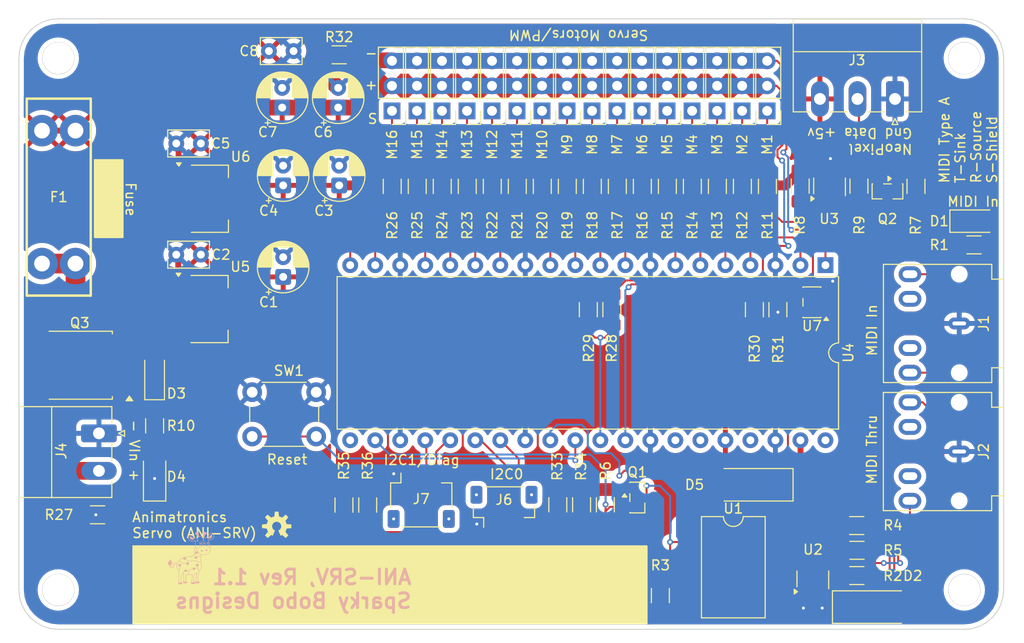
<source format=kicad_pcb>
(kicad_pcb (version 20241229) (generator "pcbnew") (generator_version "9.0")
  (title_block (title "Animatronics - Servo (ANI-SRV)") (date "2025-12-31") (rev "1.1") (company "Sparky Bobo Designs") (comment 2 "Designed by: SparkyBobo") (comment 3 "https://creativecommons.org/licenses/by-sa/4.0/") (comment 4 "Released under the Creative Commons Attribution Share-Alike 4.0 License"))
  (layers (0 "F.Cu" signal) (2 "B.Cu" signal) (13 "F.Paste" user) (15 "B.Paste" user) (5 "F.SilkS" user "F.Silkscreen") (7 "B.SilkS" user "B.Silkscreen") (1 "F.Mask" user) (3 "B.Mask" user) (25 "Edge.Cuts" user))
  (net 0 "")
  (net 1 "GND")
  (net 2 "+5VD")
  (net 3 "+5VP")
  (net 4 "+5VA")
  (net 5 "Net-(D1-K)")
  (net 6 "Net-(D1-A)")
  (net 7 "/SNK_IN")
  (net 8 "+5VL")
  (net 9 "/SRC_IN")
  (net 12 "/SNK_OUT")
  (net 13 "Net-(D3-A)")
  (net 14 "/SRC_OUT")
  (net 15 "/I2C0_D")
  (net 16 "+3.3V")
  (net 17 "/I2C0_C")
  (net 18 "/I2C1_C")
  (net 19 "/I2C1_D")
  (net 21 "/GPIO27")
  (net 22 "/S1")
  (net 23 "/S2")
  (net 24 "Net-(M1-PWM)")
  (net 25 "Net-(M2-PWM)")
  (net 26 "Net-(M3-PWM)")
  (net 27 "Net-(M4-PWM)")
  (net 28 "Net-(M5-PWM)")
  (net 29 "Net-(M6-PWM)")
  (net 30 "Net-(M7-PWM)")
  (net 31 "Net-(M8-PWM)")
  (net 32 "Net-(M9-PWM)")
  (net 33 "Net-(M10-PWM)")
  (net 34 "Net-(M11-PWM)")
  (net 35 "Net-(M12-PWM)")
  (net 36 "Net-(M13-PWM)")
  (net 37 "Net-(M14-PWM)")
  (net 38 "Net-(M15-PWM)")
  (net 39 "Net-(M16-PWM)")
  (net 40 "/MIDI_IN")
  (net 41 "/LED")
  (net 42 "Net-(Q2-D)")
  (net 43 "/S3")
  (net 44 "/S4")
  (net 45 "/S5")
  (net 46 "/S6")
  (net 47 "/S7")
  (net 48 "/S8")
  (net 49 "/S9")
  (net 50 "/S10")
  (net 51 "/S12")
  (net 52 "/S13")
  (net 53 "/S14")
  (net 54 "/S15")
  (net 55 "/S16")
  (net 56 "/S11")
  (net 59 "Net-(J3-Pin_2)")
  (net 60 "Net-(R5-Pad2)")
  (net 61 "Net-(R9-Pad1)")
  (net 62 "Net-(U4-RUN)")
  (net 70 "Net-(D2-K)")
  (net 71 "/GPIO26")
  (net 72 "Net-(M1--)")
  (net 73 "Net-(U7--)")
  (net 74 "Net-(J4-Pin_2)")
  (net 75 "Net-(D3-K)")
  (net 76 "Net-(D4-A)")
  (footprint "Resistor_SMD:R_1206_3216Metric_Pad1.30x1.75mm_HandSolder" (layer "F.Cu") (at 148.209 75.2596 90)
    (property "Reference" "R18")
    (property "Value" "330")
  )
  (footprint "Resistor_SMD:R_1206_3216Metric_Pad1.30x1.75mm_HandSolder" (layer "F.Cu") (at 186.9688 81.2038 180)
    (property "Reference" "R1")
    (property "Value" "330")
  )
  (footprint "Resistor_SMD:R_1206_3216Metric_Pad1.30x1.75mm_HandSolder" (layer "F.Cu") (at 163.449 75.2596 90)
    (property "Reference" "R12")
    (property "Value" "330")
  )
  (footprint "Resistor_SMD:R_1206_3216Metric_Pad1.30x1.75mm_HandSolder" (layer "F.Cu") (at 143.129 75.2596 90)
    (property "Reference" "R20")
    (property "Value" "330")
  )
  (footprint "MountingHole:MountingHole_3.2mm_M3" (layer "F.Cu") (at 93.98 62.23)
    (property "Reference" "H1" (hide yes))
    (property "Value" "MountingHole")
  )
  (footprint "Capacitor_THT:CP_Radial_D5.0mm_P2.00mm" (layer "F.Cu") (at 122.4026 67.2592 90)
    (property "Reference" "C6")
    (property "Value" "100uf")
  )
  (footprint "Package_TO_SOT_SMD:SOT-223-3_TabPin2" (layer "F.Cu") (at 109.3474 76.5162)
    (property "Reference" "U6")
    (property "Value" "AZ1117-5.0")
  )
  (footprint "Resistor_SMD:R_1206_3216Metric_Pad1.30x1.75mm_HandSolder" (layer "F.Cu") (at 144.7038 107.5938 90)
    (property "Reference" "R33")
    (property "Value" "4.7k")
  )
  (footprint "Connector_PinHeader_2.54mm:PinHeader_1x03_P2.54mm_Vertical" (layer "F.Cu") (at 150.7236 67.5906 180)
    (property "Reference" "M7")
    (property "Value" "Motor_Servo")
  )
  (footprint "Connector_PinHeader_2.54mm:PinHeader_1x03_P2.54mm_Vertical" (layer "F.Cu") (at 163.4236 67.5906 180)
    (property "Reference" "M2")
    (property "Value" "Motor_Servo")
  )
  (footprint "Connector_PinHeader_2.54mm:PinHeader_1x03_P2.54mm_Vertical" (layer "F.Cu") (at 143.1036 67.5906 180)
    (property "Reference" "M10")
    (property "Value" "Motor_Servo")
  )
  (footprint "Connector_PinHeader_2.54mm:PinHeader_1x03_P2.54mm_Vertical" (layer "F.Cu") (at 130.4036 67.5906 180)
    (property "Reference" "M15")
    (property "Value" "Motor_Servo")
  )
  (footprint "Package_TO_SOT_SMD:SOT-23-5_HandSoldering" (layer "F.Cu") (at 172.2984 75.3072 90)
    (property "Reference" "U3")
    (property "Value" "74AHC1G125")
  )
  (footprint "Package_TO_SOT_SMD:SOT-23" (layer "F.Cu") (at 178.181 75.7705 -90)
    (property "Reference" "Q2")
    (property "Value" "BSS138")
  )
  (footprint "Connector_Phoenix_MC:PhoenixContact_MC_1,5_2-G-3.81_1x02_P3.81mm_Horizontal" (layer "F.Cu") (at 98.1063 100.338 -90)
    (property "Reference" "J4")
    (property "Value" "Power")
  )
  (footprint "MountingHole:MountingHole_3.2mm_M3" (layer "F.Cu") (at 185.9788 62.2554)
    (property "Reference" "H2" (hide yes))
    (property "Value" "MountingHole")
  )
  (footprint "Connector_PinHeader_2.54mm:PinHeader_1x03_P2.54mm_Vertical" (layer "F.Cu") (at 145.6436 67.5906 180)
    (property "Reference" "M9")
    (property "Value" "Motor_Servo")
  )
  (footprint "Resistor_SMD:R_1206_3216Metric_Pad1.30x1.75mm_HandSolder" (layer "F.Cu") (at 130.429 75.2596 90)
    (property "Reference" "R25")
    (property "Value" "330")
  )
  (footprint "Connector_PinHeader_2.54mm:PinHeader_1x03_P2.54mm_Vertical" (layer "F.Cu") (at 165.9636 67.5906 180)
    (property "Reference" "M1")
    (property "Value" "Motor_Servo")
  )
  (footprint "footprints:RP_Pico_DIP" (layer "F.Cu") (at 171.8818 83.2612 -90)
    (property "Reference" "U4")
    (property "Value" "Raspberry Pi Pico")
  )
  (footprint "Resistor_SMD:R_1206_3216Metric_Pad1.30x1.75mm_HandSolder" (layer "F.Cu") (at 122.5036 61.8998)
    (property "Reference" "R32")
    (property "Value" "0.003")
  )
  (footprint "Package_DIP:SMDIP-8_W9.53mm" (layer "F.Cu") (at 162.5266 113.9364)
    (property "Reference" "U1")
    (property "Value" "6N138")
  )
  (footprint "Resistor_SMD:R_1206_3216Metric_Pad1.30x1.75mm_HandSolder" (layer "F.Cu") (at 122.9868 107.6204 90)
    (property "Reference" "R35")
    (property "Value" "4.7k")
  )
  (footprint "MountingHole:MountingHole_3.2mm_M3" (layer "F.Cu") (at 93.98 116.2304)
    (property "Reference" "H3" (hide yes))
    (property "Value" "MountingHole")
  )
  (footprint "Connector_PinHeader_2.54mm:PinHeader_1x03_P2.54mm_Vertical" (layer "F.Cu") (at 155.8036 67.5906 180)
    (property "Reference" "M5")
    (property "Value" "Motor_Servo")
  )
  (footprint "Connector_PinHeader_2.54mm:PinHeader_1x03_P2.54mm_Vertical" (layer "F.Cu") (at 138.0236 67.5906 180)
    (property "Reference" "M12")
    (property "Value" "Motor_Servo")
  )
  (footprint "Resistor_SMD:R_1206_3216Metric_Pad1.30x1.75mm_HandSolder" (layer "F.Cu") (at 155.1178 116.8146 90)
    (property "Reference" "R3")
    (property "Value" "220")
  )
  (footprint "Connector_PinHeader_2.54mm:PinHeader_1x03_P2.54mm_Vertical" (layer "F.Cu") (at 140.5636 67.5906 180)
    (property "Reference" "M11")
    (property "Value" "Motor_Servo")
  )
  (footprint "Resistor_SMD:R_1206_3216Metric_Pad1.30x1.75mm_HandSolder" (layer "F.Cu") (at 169.3164 75.2342 90)
    (property "Reference" "R8")
    (property "Value" "10k")
  )
  (footprint "Capacitor_THT:CP_Radial_D5.0mm_P2.00mm" (layer "F.Cu") (at 122.5042 75.1586 90)
    (property "Reference" "C3")
    (property "Value" "100uf")
  )
  (footprint "Connector_JST:JST_SH_SM04B-SRSS-TB_1x04-1MP_P1.00mm_Horizontal" (layer "F.Cu") (at 130.834 107.156)
    (property "Reference" "J7")
    (property "Value" "I2C1")
  )
  (footprint "footprints:atc_fuse_vertical" (layer "F.Cu") (at 94.0246 76.3498 -90)
    (property "Reference" "F1")
    (property "Value" "Fuse")
  )
  (footprint "Diode_SMD:D_SOD-123" (layer "F.Cu") (at 103.759 94.5642 90)
    (property "Reference" "D3")
    (property "Value" "3.9v")
  )
  (footprint "Resistor_SMD:R_1206_3216Metric_Pad1.30x1.75mm_HandSolder" (layer "F.Cu") (at 175.0568 109.7064 180)
    (property "Reference" "R4")
    (property "Value" "220")
  )
  (footprint "Resistor_SMD:R_1206_3216Metric_Pad1.30x1.75mm_HandSolder" (layer "F.Cu") (at 132.969 75.2596 90)
    (property "Reference" "R24")
    (property "Value" "330")
  )
  (footprint "Connector_PinHeader_2.54mm:PinHeader_1x03_P2.54mm_Vertical" (layer "F.Cu") (at 132.9436 67.5906 180)
    (property "Reference" "M14")
    (property "Value" "Motor_Servo")
  )
  (footprint "Resistor_SMD:R_1206_3216Metric_Pad1.30x1.75mm_HandSolder" (layer "F.Cu") (at 175.072 114.7826 180)
    (property "Reference" "R2")
    (property "Value" "220")
  )
  (footprint "Diode_SMD:D_SMA_Handsoldering" (layer "F.Cu") (at 164.084 105.5624 180)
    (property "Reference" "D5")
    (property "Value" "MBRA140")
  )
  (footprint "footprints:OSHW-LOGO-S" (layer "F.Cu") (at 116.1542 109.78007)
    (property "Reference" "")
    (property "Value" "")
  )
  (footprint "Resistor_SMD:R_1206_3216Metric_Pad1.30x1.75mm_HandSolder" (layer "F.Cu") (at 175.0828 112.2172 180)
    (property "Reference" "R5")
    (property "Value" "220")
  )
  (footprint "Resistor_SMD:R_1206_3216Metric_Pad1.30x1.75mm_HandSolder" (layer "F.Cu") (at 158.369 75.2596 90)
    (property "Reference" "R14")
    (property "Value" "330")
  )
  (footprint "Resistor_SMD:R_1206_3216Metric_Pad1.30x1.75mm_HandSolder" (layer "F.Cu") (at 149.5298 107.595 90)
    (property "Reference" "R6")
    (property "Value" "10k")
  )
  (footprint "Package_TO_SOT_SMD:SOT-23-5_HandSoldering" (layer "F.Cu") (at 170.6016 115.2144 90)
    (property "Reference" "U2")
    (property "Value" "74AHC1G125")
  )
  (footprint "Connector_PinHeader_2.54mm:PinHeader_1x03_P2.54mm_Vertical" (layer "F.Cu") (at 153.2636 67.5906 180)
    (property "Reference" "M6")
    (property "Value" "Motor_Servo")
  )
  (footprint "Resistor_SMD:R_1206_3216Metric_Pad1.30x1.75mm_HandSolder" (layer "F.Cu") (at 167.0558 87.7824 90)
    (property "Reference" "R31")
    (property "Value" "1k")
  )
  (footprint "Diode_SMD:D_SMA_Handsoldering" (layer "F.Cu") (at 177.1034 117.983)
    (property "Reference" "D2")
    (property "Value" "MBRA140")
  )
  (footprint "Resistor_SMD:R_1206_3216Metric_Pad1.30x1.75mm_HandSolder" (layer "F.Cu") (at 147.1168 107.5938 90)
    (property "Reference" "R34")
    (property "Value" "4.7k")
  )
  (footprint "Resistor_SMD:R_1206_3216Metric_Pad1.30x1.75mm_HandSolder" (layer "F.Cu") (at 138.049 75.2596 90)
    (property "Reference" "R22")
    (property "Value" "330")
  )
  (footprint "Resistor_SMD:R_1206_3216Metric_Pad1.30x1.75mm_HandSolder" (layer "F.Cu") (at 135.509 75.2596 90)
    (property "Reference" "R23")
    (property "Value" "330")
  )
  (footprint "Capacitor_THT:C_Rect_L4.0mm_W2.5mm_P2.50mm" (layer "F.Cu") (at 108.4588 70.9028 180)
    (property "Reference" "C5")
    (property "Value" "0.1uF")
  )
  (footprint "Package_TO_SOT_SMD:TSOT-23-5" (layer "F.Cu") (at 170.5102 87.0306 180)
    (property "Reference" "U7")
    (property "Value" "GS8331")
  )
  (footprint "Resistor_SMD:R_1206_3216Metric_Pad1.30x1.75mm_HandSolder" (layer "F.Cu") (at 97.9672 108.6104 180)
    (property "Reference" "R27")
    (property "Value" "1k")
  )
  (footprint "Capacitor_THT:CP_Radial_D5.0mm_P2.00mm" (layer "F.Cu") (at 116.8146 84.455 90)
    (property "Reference" "C1")
    (property "Value" "10uf")
  )
  (footprint "Resistor_SMD:R_1206_3216Metric_Pad1.30x1.75mm_HandSolder" (layer "F.Cu") (at 125.3998 107.6198 90)
    (property "Reference" "R36")
    (property "Value" "4.7k")
  )
  (footprint "Package_TO_SOT_SMD:SOT-23" (layer "F.Cu") (at 152.7833 106.8578)
    (property "Reference" "Q1")
    (property "Value" "BSS138")
  )
  (footprint "Connector_PinHeader_2.54mm:PinHeader_1x03_P2.54mm_Vertical" (layer "F.Cu") (at 160.8836 67.5906 180)
    (property "Reference" "M3")
    (property "Value" "Motor_Servo")
  )
  (footprint "MountingHole:MountingHole_3.2mm_M3" (layer "F.Cu") (at 185.9788 116.2558)
    (property "Reference" "H4" (hide yes))
    (property "Value" "MountingHole")
  )
  (footprint "footprints:DP10062" (layer "F.Cu") (at 89.9778 58.2422)
    (property "Reference" "" (hide yes))
    (property "Value" "" (hide yes))
    (fp_line (start 0 4) (end 0.076859 3.21964) (stroke (width 0.1)) (layer "Edge.Cuts"))
    (fp_line (start 0 58) (end 0 4) (stroke (width 0.1)) (layer "Edge.Cuts"))
    (fp_line (start 0.076859 3.21964) (end 0.304474 2.46925) (stroke (width 0.1)) (layer "Edge.Cuts"))
    (fp_line (start 0.076859 58.7803) (end 0 58) (stroke (width 0.1)) (layer "Edge.Cuts"))
    (fp_line (start 0.304474 2.46925) (end 0.674118 1.77771) (stroke (width 0.1)) (layer "Edge.Cuts"))
    (fp_line (start 0.304474 59.5307) (end 0.076859 58.7803) (stroke (width 0.1)) (layer "Edge.Cuts"))
    (fp_line (start 0.674118 1.77771) (end 1.17157 1.17157) (stroke (width 0.1)) (layer "Edge.Cuts"))
    (fp_line (start 0.674118 60.2223) (end 0.304474 59.5307) (stroke (width 0.1)) (layer "Edge.Cuts"))
    (fp_line (start 1.17157 1.17157) (end 1.77771 0.674118) (stroke (width 0.1)) (layer "Edge.Cuts"))
    (fp_line (start 1.17157 60.8284) (end 0.674118 60.2223) (stroke (width 0.1)) (layer "Edge.Cuts"))
    (fp_line (start 1.77771 0.674118) (end 2.46925 0.304474) (stroke (width 0.1)) (layer "Edge.Cuts"))
    (fp_line (start 1.77771 61.3259) (end 1.17157 60.8284) (stroke (width 0.1)) (layer "Edge.Cuts"))
    (fp_line (start 2.39999 4) (end 2.43074 4.31213) (stroke (width 0.1)) (layer "Edge.Cuts"))
    (fp_line (start 2.39999 58) (end 2.43074 58.3121) (stroke (width 0.1)) (layer "Edge.Cuts"))
    (fp_line (start 2.43074 3.68785) (end 2.39999 4) (stroke (width 0.1)) (layer "Edge.Cuts"))
    (fp_line (start 2.43074 4.31213) (end 2.52179 4.61229) (stroke (width 0.1)) (layer "Edge.Cuts"))
    (fp_line (start 2.43074 57.6879) (end 2.39999 58) (stroke (width 0.1)) (layer "Edge.Cuts"))
    (fp_line (start 2.43074 58.3121) (end 2.52179 58.6123) (stroke (width 0.1)) (layer "Edge.Cuts"))
    (fp_line (start 2.46925 0.304474) (end 3.21964 0.076859) (stroke (width 0.1)) (layer "Edge.Cuts"))
    (fp_line (start 2.46925 61.6955) (end 1.77771 61.3259) (stroke (width 0.1)) (layer "Edge.Cuts"))
    (fp_line (start 2.52179 3.3877) (end 2.43074 3.68785) (stroke (width 0.1)) (layer "Edge.Cuts"))
    (fp_line (start 2.52179 4.61229) (end 2.66965 4.8889) (stroke (width 0.1)) (layer "Edge.Cuts"))
    (fp_line (start 2.52179 57.3877) (end 2.43074 57.6879) (stroke (width 0.1)) (layer "Edge.Cuts"))
    (fp_line (start 2.52179 58.6123) (end 2.66965 58.8889) (stroke (width 0.1)) (layer "Edge.Cuts"))
    (fp_line (start 2.66965 3.11108) (end 2.52179 3.3877) (stroke (width 0.1)) (layer "Edge.Cuts"))
    (fp_line (start 2.66965 4.8889) (end 2.86862 5.13136) (stroke (width 0.1)) (layer "Edge.Cuts"))
    (fp_line (start 2.66965 57.1111) (end 2.52179 57.3877) (stroke (width 0.1)) (layer "Edge.Cuts"))
    (fp_line (start 2.66965 58.8889) (end 2.86862 59.1314) (stroke (width 0.1)) (layer "Edge.Cuts"))
    (fp_line (start 2.86862 2.86862) (end 2.66965 3.11108) (stroke (width 0.1)) (layer "Edge.Cuts"))
    (fp_line (start 2.86862 5.13136) (end 3.11108 5.33034) (stroke (width 0.1)) (layer "Edge.Cuts"))
    (fp_line (start 2.86862 56.8686) (end 2.66965 57.1111) (stroke (width 0.1)) (layer "Edge.Cuts"))
    (fp_line (start 2.86862 59.1314) (end 3.11108 59.3303) (stroke (width 0.1)) (layer "Edge.Cuts"))
    (fp_line (start 3.11108 2.66965) (end 2.86862 2.86862) (stroke (width 0.1)) (layer "Edge.Cuts"))
    (fp_line (start 3.11108 5.33034) (end 3.3877 5.4782) (stroke (width 0.1)) (layer "Edge.Cuts"))
    (fp_line (start 3.11108 56.6696) (end 2.86862 56.8686) (stroke (width 0.1)) (layer "Edge.Cuts"))
    (fp_line (start 3.11108 59.3303) (end 3.3877 59.4782) (stroke (width 0.1)) (layer "Edge.Cuts"))
    (fp_line (start 3.21964 0.076859) (end 3.99998 0) (stroke (width 0.1)) (layer "Edge.Cuts"))
    (fp_line (start 3.21964 61.9231) (end 2.46925 61.6955) (stroke (width 0.1)) (layer "Edge.Cuts"))
    (fp_line (start 3.3877 2.52179) (end 3.11108 2.66965) (stroke (width 0.1)) (layer "Edge.Cuts"))
    (fp_line (start 3.3877 5.4782) (end 3.68785 5.56924) (stroke (width 0.1)) (layer "Edge.Cuts"))
    (fp_line (start 3.3877 56.5218) (end 3.11108 56.6696) (stroke (width 0.1)) (layer "Edge.Cuts"))
    (fp_line (start 3.3877 59.4782) (end 3.68785 59.5692) (stroke (width 0.1)) (layer "Edge.Cuts"))
    (fp_line (start 3.68785 2.43074) (end 3.3877 2.52179) (stroke (width 0.1)) (layer "Edge.Cuts"))
    (fp_line (start 3.68785 5.56924) (end 4 5.59999) (stroke (width 0.1)) (layer "Edge.Cuts"))
    (fp_line (start 3.68785 56.4307) (end 3.3877 56.5218) (stroke (width 0.1)) (layer "Edge.Cuts"))
    (fp_line (start 3.68785 59.5692) (end 4 59.6) (stroke (width 0.1)) (layer "Edge.Cuts"))
    (fp_line (start 3.99998 0) (end 96 0) (stroke (width 0.1)) (layer "Edge.Cuts"))
    (fp_line (start 3.99998 2.39999) (end 3.68785 2.43074) (stroke (width 0.1)) (layer "Edge.Cuts"))
    (fp_line (start 3.99998 56.4) (end 3.68785 56.4307) (stroke (width 0.1)) (layer "Edge.Cuts"))
    (fp_line (start 4 5.59999) (end 4.31213 5.56924) (stroke (width 0.1)) (layer "Edge.Cuts"))
    (fp_line (start 4 59.6) (end 4.31213 59.5692) (stroke (width 0.1)) (layer "Edge.Cuts"))
    (fp_line (start 4 62) (end 3.21964 61.9231) (stroke (width 0.1)) (layer "Edge.Cuts"))
    (fp_line (start 4.31213 2.43074) (end 3.99998 2.39999) (stroke (width 0.1)) (layer "Edge.Cuts"))
    (fp_line (start 4.31213 5.56924) (end 4.61229 5.4782) (stroke (width 0.1)) (layer "Edge.Cuts"))
    (fp_line (start 4.31213 56.4307) (end 3.99998 56.4) (stroke (width 0.1)) (layer "Edge.Cuts"))
    (fp_line (start 4.31213 59.5692) (end 4.61229 59.4782) (stroke (width 0.1)) (layer "Edge.Cuts"))
    (fp_line (start 4.61229 2.52179) (end 4.31213 2.43074) (stroke (width 0.1)) (layer "Edge.Cuts"))
    (fp_line (start 4.61229 5.4782) (end 4.8889 5.33034) (stroke (width 0.1)) (layer "Edge.Cuts"))
    (fp_line (start 4.61229 56.5218) (end 4.31213 56.4307) (stroke (width 0.1)) (layer "Edge.Cuts"))
    (fp_line (start 4.61229 59.4782) (end 4.8889 59.3303) (stroke (width 0.1)) (layer "Edge.Cuts"))
    (fp_line (start 4.8889 2.66965) (end 4.61229 2.52179) (stroke (width 0.1)) (layer "Edge.Cuts"))
    (fp_line (start 4.8889 5.33034) (end 5.13136 5.13136) (stroke (width 0.1)) (layer "Edge.Cuts"))
    (fp_line (start 4.8889 56.6696) (end 4.61229 56.5218) (stroke (width 0.1)) (layer "Edge.Cuts"))
    (fp_line (start 4.8889 59.3303) (end 5.13136 59.1314) (stroke (width 0.1)) (layer "Edge.Cuts"))
    (fp_line (start 5.13136 2.86862) (end 4.8889 2.66965) (stroke (width 0.1)) (layer "Edge.Cuts"))
    (fp_line (start 5.13136 5.13136) (end 5.33034 4.8889) (stroke (width 0.1)) (layer "Edge.Cuts"))
    (fp_line (start 5.13136 56.8686) (end 4.8889 56.6696) (stroke (width 0.1)) (layer "Edge.Cuts"))
    (fp_line (start 5.13136 59.1314) (end 5.33034 58.8889) (stroke (width 0.1)) (layer "Edge.Cuts"))
    (fp_line (start 5.33034 3.11108) (end 5.13136 2.86862) (stroke (width 0.1)) (layer "Edge.Cuts"))
    (fp_line (start 5.33034 4.8889) (end 5.4782 4.61229) (stroke (width 0.1)) (layer "Edge.Cuts"))
    (fp_line (start 5.33034 57.1111) (end 5.13136 56.8686) (stroke (width 0.1)) (layer "Edge.Cuts"))
    (fp_line (start 5.33034 58.8889) (end 5.4782 58.6123) (stroke (width 0.1)) (layer "Edge.Cuts"))
    (fp_line (start 5.4782 3.3877) (end 5.33034 3.11108) (stroke (width 0.1)) (layer "Edge.Cuts"))
    (fp_line (start 5.4782 4.61229) (end 5.56924 4.31213) (stroke (width 0.1)) (layer "Edge.Cuts"))
    (fp_line (start 5.4782 57.3877) (end 5.33034 57.1111) (stroke (width 0.1)) (layer "Edge.Cuts"))
    (fp_line (start 5.4782 58.6123) (end 5.56924 58.3121) (stroke (width 0.1)) (layer "Edge.Cuts"))
    (fp_line (start 5.56924 3.68785) (end 5.4782 3.3877) (stroke (width 0.1)) (layer "Edge.Cuts"))
    (fp_line (start 5.56924 4.31213) (end 5.59999 4) (stroke (width 0.1)) (layer "Edge.Cuts"))
    (fp_line (start 5.56924 57.6879) (end 5.4782 57.3877) (stroke (width 0.1)) (layer "Edge.Cuts"))
    (fp_line (start 5.56924 58.3121) (end 5.59999 58) (stroke (width 0.1)) (layer "Edge.Cuts"))
    (fp_line (start 5.59999 4) (end 5.56924 3.68785) (stroke (width 0.1)) (layer "Edge.Cuts"))
    (fp_line (start 5.59999 58) (end 5.56924 57.6879) (stroke (width 0.1)) (layer "Edge.Cuts"))
    (fp_line (start 94.4 4) (end 94.4307 4.31213) (stroke (width 0.1)) (layer "Edge.Cuts"))
    (fp_line (start 94.4 58) (end 94.4307 58.3121) (stroke (width 0.1)) (layer "Edge.Cuts"))
    (fp_line (start 94.4307 3.68785) (end 94.4 4) (stroke (width 0.1)) (layer "Edge.Cuts"))
    (fp_line (start 94.4307 4.31213) (end 94.5218 4.61229) (stroke (width 0.1)) (layer "Edge.Cuts"))
    (fp_line (start 94.4307 57.6879) (end 94.4 58) (stroke (width 0.1)) (layer "Edge.Cuts"))
    (fp_line (start 94.4307 58.3121) (end 94.5218 58.6123) (stroke (width 0.1)) (layer "Edge.Cuts"))
    (fp_line (start 94.5218 3.3877) (end 94.4307 3.68785) (stroke (width 0.1)) (layer "Edge.Cuts"))
    (fp_line (start 94.5218 4.61229) (end 94.6696 4.8889) (stroke (width 0.1)) (layer "Edge.Cuts"))
    (fp_line (start 94.5218 57.3877) (end 94.4307 57.6879) (stroke (width 0.1)) (layer "Edge.Cuts"))
    (fp_line (start 94.5218 58.6123) (end 94.6696 58.8889) (stroke (width 0.1)) (layer "Edge.Cuts"))
    (fp_line (start 94.6696 3.11108) (end 94.5218 3.3877) (stroke (width 0.1)) (layer "Edge.Cuts"))
    (fp_line (start 94.6696 4.8889) (end 94.8686 5.13136) (stroke (width 0.1)) (layer "Edge.Cuts"))
    (fp_line (start 94.6696 57.1111) (end 94.5218 57.3877) (stroke (width 0.1)) (layer "Edge.Cuts"))
    (fp_line (start 94.6696 58.8889) (end 94.8686 59.1314) (stroke (width 0.1)) (layer "Edge.Cuts"))
    (fp_line (start 94.8686 2.86862) (end 94.6696 3.11108) (stroke (width 0.1)) (layer "Edge.Cuts"))
    (fp_line (start 94.8686 5.13136) (end 95.1111 5.33034) (stroke (width 0.1)) (layer "Edge.Cuts"))
    (fp_line (start 94.8686 56.8686) (end 94.6696 57.1111) (stroke (width 0.1)) (layer "Edge.Cuts"))
    (fp_line (start 94.8686 59.1314) (end 95.1111 59.3303) (stroke (width 0.1)) (layer "Edge.Cuts"))
    (fp_line (start 95.1111 2.66965) (end 94.8686 2.86862) (stroke (width 0.1)) (layer "Edge.Cuts"))
    (fp_line (start 95.1111 5.33034) (end 95.3877 5.4782) (stroke (width 0.1)) (layer "Edge.Cuts"))
    (fp_line (start 95.1111 56.6696) (end 94.8686 56.8686) (stroke (width 0.1)) (layer "Edge.Cuts"))
    (fp_line (start 95.1111 59.3303) (end 95.3877 59.4782) (stroke (width 0.1)) (layer "Edge.Cuts"))
    (fp_line (start 95.3877 2.52179) (end 95.1111 2.66965) (stroke (width 0.1)) (layer "Edge.Cuts"))
    (fp_line (start 95.3877 5.4782) (end 95.6879 5.56924) (stroke (width 0.1)) (layer "Edge.Cuts"))
    (fp_line (start 95.3877 56.5218) (end 95.1111 56.6696) (stroke (width 0.1)) (layer "Edge.Cuts"))
    (fp_line (start 95.3877 59.4782) (end 95.6879 59.5692) (stroke (width 0.1)) (layer "Edge.Cuts"))
    (fp_line (start 95.6879 2.43074) (end 95.3877 2.52179) (stroke (width 0.1)) (layer "Edge.Cuts"))
    (fp_line (start 95.6879 5.56924) (end 96 5.59999) (stroke (width 0.1)) (layer "Edge.Cuts"))
    (fp_line (start 95.6879 56.4307) (end 95.3877 56.5218) (stroke (width 0.1)) (layer "Edge.Cuts"))
    (fp_line (start 95.6879 59.5692) (end 96 59.6) (stroke (width 0.1)) (layer "Edge.Cuts"))
    (fp_line (start 96 0) (end 96.7803 0.076859) (stroke (width 0.1)) (layer "Edge.Cuts"))
    (fp_line (start 96 2.39999) (end 95.6879 2.43074) (stroke (width 0.1)) (layer "Edge.Cuts"))
    (fp_line (start 96 5.59999) (end 96.3121 5.56924) (stroke (width 0.1)) (layer "Edge.Cuts"))
    (fp_line (start 96 56.4) (end 95.6879 56.4307) (stroke (width 0.1)) (layer "Edge.Cuts"))
    (fp_line (start 96 59.6) (end 96.3121 59.5692) (stroke (width 0.1)) (layer "Edge.Cuts"))
    (fp_line (start 96 62) (end 4 62) (stroke (width 0.1)) (layer "Edge.Cuts"))
    (fp_line (start 96.3121 2.43074) (end 96 2.39999) (stroke (width 0.1)) (layer "Edge.Cuts"))
    (fp_line (start 96.3121 5.56924) (end 96.6123 5.4782) (stroke (width 0.1)) (layer "Edge.Cuts"))
    (fp_line (start 96.3121 56.4307) (end 96 56.4) (stroke (width 0.1)) (layer "Edge.Cuts"))
    (fp_line (start 96.3121 59.5692) (end 96.6123 59.4782) (stroke (width 0.1)) (layer "Edge.Cuts"))
    (fp_line (start 96.6123 2.52179) (end 96.3121 2.43074) (stroke (width 0.1)) (layer "Edge.Cuts"))
    (fp_line (start 96.6123 5.4782) (end 96.8889 5.33034) (stroke (width 0.1)) (layer "Edge.Cuts"))
    (fp_line (start 96.6123 56.5218) (end 96.3121 56.4307) (stroke (width 0.1)) (layer "Edge.Cuts"))
    (fp_line (start 96.6123 59.4782) (end 96.8889 59.3303) (stroke (width 0.1)) (layer "Edge.Cuts"))
    (fp_line (start 96.7803 0.076859) (end 97.5307 0.304474) (stroke (width 0.1)) (layer "Edge.Cuts"))
    (fp_line (start 96.7803 61.9231) (end 96 62) (stroke (width 0.1)) (layer "Edge.Cuts"))
    (fp_line (start 96.8889 2.66965) (end 96.6123 2.52179) (stroke (width 0.1)) (layer "Edge.Cuts"))
    (fp_line (start 96.8889 5.33034) (end 97.1314 5.13136) (stroke (width 0.1)) (layer "Edge.Cuts"))
    (fp_line (start 96.8889 56.6696) (end 96.6123 56.5218) (stroke (width 0.1)) (layer "Edge.Cuts"))
    (fp_line (start 96.8889 59.3303) (end 97.1314 59.1314) (stroke (width 0.1)) (layer "Edge.Cuts"))
    (fp_line (start 97.1314 2.86862) (end 96.8889 2.66965) (stroke (width 0.1)) (layer "Edge.Cuts"))
    (fp_line (start 97.1314 5.13136) (end 97.3303 4.8889) (stroke (width 0.1)) (layer "Edge.Cuts"))
    (fp_line (start 97.1314 56.8686) (end 96.8889 56.6696) (stroke (width 0.1)) (layer "Edge.Cuts"))
    (fp_line (start 97.1314 59.1314) (end 97.3303 58.8889) (stroke (width 0.1)) (layer "Edge.Cuts"))
    (fp_line (start 97.3303 3.11108) (end 97.1314 2.86862) (stroke (width 0.1)) (layer "Edge.Cuts"))
    (fp_line (start 97.3303 4.8889) (end 97.4782 4.61229) (stroke (width 0.1)) (layer "Edge.Cuts"))
    (fp_line (start 97.3303 57.1111) (end 97.1314 56.8686) (stroke (width 0.1)) (layer "Edge.Cuts"))
    (fp_line (start 97.3303 58.8889) (end 97.4782 58.6123) (stroke (width 0.1)) (layer "Edge.Cuts"))
    (fp_line (start 97.4782 3.3877) (end 97.3303 3.11108) (stroke (width 0.1)) (layer "Edge.Cuts"))
    (fp_line (start 97.4782 4.61229) (end 97.5692 4.31213) (stroke (width 0.1)) (layer "Edge.Cuts"))
    (fp_line (start 97.4782 57.3877) (end 97.3303 57.1111) (stroke (width 0.1)) (layer "Edge.Cuts"))
    (fp_line (start 97.4782 58.6123) (end 97.5692 58.3121) (stroke (width 0.1)) (layer "Edge.Cuts"))
    (fp_line (start 97.5307 0.304474) (end 98.2223 0.674118) (stroke (width 0.1)) (layer "Edge.Cuts"))
    (fp_line (start 97.5307 61.6955) (end 96.7803 61.9231) (stroke (width 0.1)) (layer "Edge.Cuts"))
    (fp_line (start 97.5692 3.68785) (end 97.4782 3.3877) (stroke (width 0.1)) (layer "Edge.Cuts"))
    (fp_line (start 97.5692 4.31213) (end 97.6 4) (stroke (width 0.1)) (layer "Edge.Cuts"))
    (fp_line (start 97.5692 57.6879) (end 97.4782 57.3877) (stroke (width 0.1)) (layer "Edge.Cuts"))
    (fp_line (start 97.5692 58.3121) (end 97.6 58) (stroke (width 0.1)) (layer "Edge.Cuts"))
    (fp_line (start 97.6 4) (end 97.5692 3.68785) (stroke (width 0.1)) (layer "Edge.Cuts"))
    (fp_line (start 97.6 58) (end 97.5692 57.6879) (stroke (width 0.1)) (layer "Edge.Cuts"))
    (fp_line (start 98.2223 0.674118) (end 98.8284 1.17157) (stroke (width 0.1)) (layer "Edge.Cuts"))
    (fp_line (start 98.2223 61.3259) (end 97.5307 61.6955) (stroke (width 0.1)) (layer "Edge.Cuts"))
    (fp_line (start 98.8284 1.17157) (end 99.3259 1.77771) (stroke (width 0.1)) (layer "Edge.Cuts"))
    (fp_line (start 98.8284 60.8284) (end 98.2223 61.3259) (stroke (width 0.1)) (layer "Edge.Cuts"))
    (fp_line (start 99.3259 1.77771) (end 99.6955 2.46925) (stroke (width 0.1)) (layer "Edge.Cuts"))
    (fp_line (start 99.3259 60.2223) (end 98.8284 60.8284) (stroke (width 0.1)) (layer "Edge.Cuts"))
    (fp_line (start 99.6955 2.46925) (end 99.9231 3.21964) (stroke (width 0.1)) (layer "Edge.Cuts"))
    (fp_line (start 99.6955 59.5307) (end 99.3259 60.2223) (stroke (width 0.1)) (layer "Edge.Cuts"))
    (fp_line (start 99.9231 3.21964) (end 100 4) (stroke (width 0.1)) (layer "Edge.Cuts"))
    (fp_line (start 99.9231 58.7803) (end 99.6955 59.5307) (stroke (width 0.1)) (layer "Edge.Cuts"))
    (fp_line (start 100 4) (end 100 58) (stroke (width 0.1)) (layer "Edge.Cuts"))
    (fp_line (start 100 58) (end 99.9231 58.7803) (stroke (width 0.1)) (layer "Edge.Cuts"))
  )
  (footprint "Package_TO_SOT_SMD:TO-252-2" (layer "F.Cu") (at 96.1558 93.4202 180)
    (property "Reference" "Q3")
    (property "Value" "TSM680P06")
  )
  (footprint "Capacitor_THT:CP_Radial_D5.0mm_P2.00mm" (layer "F.Cu") (at 116.713 67.2592 90)
    (property "Reference" "C7")
    (property "Value" "100uf")
  )
  (footprint "Resistor_SMD:R_1206_3216Metric_Pad1.30x1.75mm_HandSolder" (layer "F.Cu") (at 145.669 75.2596 90)
    (property "Reference" "R19")
    (property "Value" "330")
  )
  (footprint "Resistor_SMD:R_1206_3216Metric_Pad1.30x1.75mm_HandSolder" (layer "F.Cu") (at 150.1902 87.7818 90)
    (property "Reference" "R28")
    (property "Value" "10k")
  )
  (footprint "Resistor_SMD:R_1206_3216Metric_Pad1.30x1.75mm_HandSolder" (layer "F.Cu") (at 127.889 75.2596 90)
    (property "Reference" "R26")
    (property "Value" "330")
  )
  (footprint "Resistor_SMD:R_1206_3216Metric_Pad1.30x1.75mm_HandSolder" (layer "F.Cu") (at 155.829 75.2596 90)
    (property "Reference" "R15")
    (property "Value" "330")
  )
  (footprint "Capacitor_THT:C_Rect_L4.0mm_W2.5mm_P2.50mm" (layer "F.Cu") (at 115.3668 61.5188)
    (property "Reference" "C8")
    (property "Value" "0.1uF")
  )
  (footprint "footprints:Jack_3.5mm_Adafruit_1699_Horizontal" (layer "F.Cu") (at 185.4708 89.1794 90)
    (property "Reference" "J1")
    (property "Value" "Midi In")
  )
  (footprint "Resistor_SMD:R_1206_3216Metric_Pad1.30x1.75mm_HandSolder" (layer "F.Cu") (at 153.289 75.2596 90)
    (property "Reference" "R16")
    (property "Value" "330")
  )
  (footprint "Resistor_SMD:R_1206_3216Metric_Pad1.30x1.75mm_HandSolder" (layer "F.Cu") (at 140.589 75.2596 90)
    (property "Reference" "R21")
    (property "Value" "330")
  )
  (footprint "Capacitor_THT:CP_Radial_D5.0mm_P2.00mm" (layer "F.Cu") (at 116.8146 75.1586 90)
    (property "Reference" "C4")
    (property "Value" "100uf")
  )
  (footprint "Connector_JST:JST_SH_BM04B-SRSS-TB_1x04-1MP_P1.00mm_Vertical" (layer "F.Cu") (at 139.2368 107.7784)
    (property "Reference" "J6")
    (property "Value" "I2C0")
  )
  (footprint "Resistor_SMD:R_1206_3216Metric_Pad1.30x1.75mm_HandSolder" (layer "F.Cu") (at 164.6682 87.7824 90)
    (property "Reference" "R30")
    (property "Value" "68k")
  )
  (footprint "Connector_PinHeader_2.54mm:PinHeader_1x03_P2.54mm_Vertical" (layer "F.Cu") (at 148.1836 67.5906 180)
    (property "Reference" "M8")
    (property "Value" "Motor_Servo")
  )
  (footprint "Capacitor_THT:C_Rect_L4.0mm_W2.5mm_P2.50mm" (layer "F.Cu") (at 108.458 82.1944 180)
    (property "Reference" "C2")
    (property "Value" "0.1uF")
  )
  (footprint "Button_Switch_THT:SW_PUSH_6mm" (layer "F.Cu") (at 113.6674 96.1602)
    (property "Reference" "SW1")
    (property "Value" "Reset")
  )
  (footprint "Connector_PinHeader_2.54mm:PinHeader_1x03_P2.54mm_Vertical" (layer "F.Cu") (at 127.8636 67.5906 180)
    (property "Reference" "M16")
    (property "Value" "Motor_Servo")
  )
  (footprint "Connector_PinHeader_2.54mm:PinHeader_1x03_P2.54mm_Vertical" (layer "F.Cu") (at 135.4836 67.5906 180)
    (property "Reference" "M13")
    (property "Value" "Motor_Servo")
  )
  (footprint "footprints:Jack_3.5mm_Adafruit_1699_Horizontal" (layer "F.Cu") (at 185.46 102.188 90)
    (property "Reference" "J2")
    (property "Value" "Midi Thru")
  )
  (footprint "Connector_PinHeader_2.54mm:PinHeader_1x03_P2.54mm_Vertical" (layer "F.Cu") (at 158.3436 67.5906 180)
    (property "Reference" "M4")
    (property "Value" "Motor_Servo")
  )
  (footprint "Resistor_SMD:R_1206_3216Metric_Pad1.30x1.75mm_HandSolder" (layer "F.Cu") (at 175.2854 75.2342 90)
    (property "Reference" "R9")
    (property "Value" "330")
  )
  (footprint "LED_SMD:LED_1206_3216Metric_Pad1.42x1.75mm_HandSolder" (layer "F.Cu") (at 103.759 104.753 90)
    (property "Reference" "D4")
    (property "Value" "Power" (hide yes))
  )
  (footprint "Resistor_SMD:R_1206_3216Metric_Pad1.30x1.75mm_HandSolder" (layer "F.Cu") (at 181.0766 75.2596 -90)
    (property "Reference" "R7")
    (property "Value" "10k")
  )
  (footprint "Resistor_SMD:R_1206_3216Metric_Pad1.30x1.75mm_HandSolder" (layer "F.Cu") (at 150.749 75.2596 90)
    (property "Reference" "R17")
    (property "Value" "330")
  )
  (footprint "Resistor_SMD:R_1206_3216Metric_Pad1.30x1.75mm_HandSolder" (layer "F.Cu") (at 160.909 75.2596 90)
    (property "Reference" "R13")
    (property "Value" "330")
  )
  (footprint "Resistor_SMD:R_1206_3216Metric_Pad1.30x1.75mm_HandSolder" (layer "F.Cu") (at 103.759 99.578 -90)
    (property "Reference" "R10")
    (property "Value" "470")
  )
  (footprint "Connector_Phoenix_MC:PhoenixContact_MC_1,5_3-G-3.81_1x03_P3.81mm_Horizontal" (layer "F.Cu") (at 178.943 66.3817 180)
    (property "Reference" "J3")
    (property "Value" "NeoPixel")
  )
  (footprint "Resistor_SMD:R_1206_3216Metric_Pad1.30x1.75mm_HandSolder" (layer "F.Cu") (at 165.989 75.2596 90)
    (property "Reference" "R11")
    (property "Value" "330")
  )
  (footprint "Resistor_SMD:R_1206_3216Metric_Pad1.30x1.75mm_HandSolder" (layer "F.Cu") (at 147.8026 87.7818 -90)
    (property "Reference" "R29")
    (property "Value" "10k")
  )
  (footprint "Package_TO_SOT_SMD:SOT-223-3_TabPin2" (layer "F.Cu") (at 109.3104 87.7176)
    (property "Reference" "U5")
    (property "Value" "AZ1117-5.0")
  )
  (footprint "LED_SMD:LED_1206_3216Metric_Pad1.42x1.75mm_HandSolder" (layer "F.Cu") (at 186.9805 78.7908)
    (property "Reference" "D1")
    (property "Value" "MIDI_IN")
  )
  (footprint "footprints:logo_cr_5x5" (layer "B.Cu") (at 107.442 113.0046 180)
    (property "Reference" "G***" (hide yes))
    (property "Value" "LOGO" (hide yes))
  )
  (gr_line (start 169.3418 73.8124) (end 169.3418 72.1106) (stroke (width 1)) (layer "F.Cu") (net 3))
  (gr_rect (start 97.6884 72.5932) (end 100.5078 80.4164) (stroke (width 0.2)) (fill yes) (layer "F.SilkS"))
  (gr_rect (start 101.6 111.8108) (end 153.7208 119.634) (stroke (width 0.2)) (fill yes) (layer "F.SilkS"))
  (gr_text "S\n\n+\n\n-" (at 126.4666 61.2902 180) (layer "F.SilkS") (effects (font (size 1 1)) (justify left bottom)))
  (gr_text "MIDI In" (at 177.1904 92.583 90) (layer "F.SilkS") (effects (font (size 1 1)) (justify left bottom)))
  (gr_text "MIDI Thru\n" (at 177.1758 105.617 90) (layer "F.SilkS") (effects (font (size 1 1)) (justify left bottom)))
  (gr_text "Servo Motors/PWM" (at 153.9748 59.309 180) (layer "F.SilkS") (effects (font (size 1 1)) (justify left bottom)))
  (gr_text "Reset" (at 115.062 103.5812 0) (layer "F.SilkS") (effects (font (size 1 1)) (justify left bottom)))
  (gr_text "- VIn +" (at 101.1174 98.8822 270) (layer "F.SilkS") (effects (font (size 1 1)) (justify left bottom)))
  (gr_text "NeoPixel\nGnd Data +5v" (at 180.7972 69.2658 180) (layer "F.SilkS") (effects (font (size 1 1)) (justify left bottom)))
  (gr_text "I2C1/Diag" (at 126.9238 103.632 0) (layer "F.SilkS") (effects (font (size 1 1)) (justify left bottom)))
  (gr_text "Fuse" (at 100.7364 76.581 270) (layer "F.SilkS") (effects (font (size 1 1)) (justify bottom)))
  (gr_text "I2C0" (at 137.7188 105.0798 0) (layer "F.SilkS") (effects (font (size 1 1)) (justify left bottom)))
  (gr_text "MIDI Type A \nT-Sink\nR-Source\nS-Shield\n" (at 189.3824 75.0316 90) (layer "F.SilkS") (effects (font (size 1 1)) (justify left bottom)))
  (gr_text "MIDI In" (at 184.1754 77.3938 0) (layer "F.SilkS") (effects (font (size 1 1)) (justify left bottom)))
  (gr_text "Animatronics\nServo (ANI-SRV)" (at 101.3968 111.0488 0) (layer "F.SilkS") (effects (font (size 1 1)) (justify left bottom)))
  (gr_text "ANI-SRV, Rev 1.1\nSparky Bobo Designs" (at 129.9972 118.237 0) (layer "B.SilkS") (effects (font (size 1.5 1.5) (thickness 0.3) (bold yes)) (justify left bottom mirror)))
  (segment (start 173.2484 76.6572) (end 173.2484 75.8394) (width 0.2) (layer "F.Cu") (net 1))
  (segment (start 171.5516 118.0846) (end 171.5516 116.5644) (width 0.2) (layer "F.Cu") (net 1))
  (segment (start 169.3084 117.7464) (end 169.6466 118.0846) (width 0.2) (layer "F.Cu") (net 1))
  (segment (start 96.4172 108.6104) (end 97.79 108.6104) (width 0.2) (layer "F.Cu") (net 1))
  (segment (start 120.9536 61.8998) (end 120.9536 63.8102) (width 1.6) (layer "F.Cu") (net 1))
  (segment (start 171.5516 75.565) (end 171.3484 75.7682) (width 0.2) (layer "F.Cu") (net 1))
  (segment (start 169.6516 118.0796) (end 169.6516 116.5644) (width 0.2) (layer "F.Cu") (net 1))
  (segment (start 172.4558 87.0306) (end 171.6477 87.0306) (width 0.2) (layer "F.Cu") (net 1))
  (segment (start 147.8026 85.4202) (end 147.4216 85.0392) (width 0.2) (layer "F.Cu") (net 1))
  (segment (start 141.4018 84.3026) (end 141.4018 83.2612) (width 0.2) (layer "F.Cu") (net 1))
  (segment (start 137.7368 109.1034) (end 136.921 109.1034) (width 0.2) (layer "F.Cu") (net 1))
  (segment (start 169.6466 118.0846) (end 169.6516 118.0796) (width 0.2) (layer "F.Cu") (net 1))
  (segment (start 106.1974 74.2162) (end 106.1974 71.1414) (width 0.6) (layer "F.Cu") (net 1))
  (segment (start 172.6184 84.8868) (end 172.8724 85.1408) (width 0.2) (layer "F.Cu") (net 1))
  (segment (start 106.1604 82.3968) (end 105.958 82.1944) (width 0.6) (layer "F.Cu") (net 1))
  (segment (start 147.8026 86.2318) (end 147.8026 85.4202) (width 0.2) (layer "F.Cu") (net 1))
  (segment (start 172.3898 75.565) (end 172.3898 72.4154) (width 0.2) (layer "F.Cu") (net 1))
  (segment (start 120.9536 63.8102) (end 122.4026 65.2592) (width 1.6) (layer "F.Cu") (net 1))
  (segment (start 128.7526 105.156) (end 128.0414 104.4448) (width 0.2) (layer "F.Cu") (net 1))
  (segment (start 106.1974 71.1414) (end 105.9588 70.9028) (width 0.6) (layer "F.Cu") (net 1))
  (segment (start 171.3484 75.7682) (end 171.3484 76.6572) (width 0.2) (layer "F.Cu") (net 1))
  (segment (start 129.334 105.156) (end 128.7526 105.156) (width 0.2) (layer "F.Cu") (net 1))
  (segment (start 172.974 75.565) (end 172.3898 75.565) (width 0.2) (layer "F.Cu") (net 1))
  (segment (start 167.0558 88.0364) (end 167.0558 89.3324) (width 0.2) (layer "F.Cu") (net 1))
  (segment (start 166.8266 83.286) (end 166.8018 83.2612) (width 0.2) (layer "F.Cu") (net 1))
  (segment (start 173.2484 75.8394) (end 172.974 75.565) (width 0.2) (layer "F.Cu") (net 1))
  (segment (start 172.8724 85.1408) (end 172.8724 86.614) (width 0.2) (layer "F.Cu") (net 1))
  (segment (start 142.1384 85.0392) (end 141.4018 84.3026) (width 0.2) (layer "F.Cu") (net 1))
  (segment (start 172.3898 75.565) (end 171.5516 75.565) (width 0.2) (layer "F.Cu") (net 1))
  (segment (start 136.921 109.1034) (end 136.4742 109.5502) (width 0.2) (layer "F.Cu") (net 1))
  (segment (start 172.8724 86.614) (end 172.4558 87.0306) (width 0.2) (layer "F.Cu") (net 1))
  (segment (start 106.1604 85.4176) (end 106.1604 82.3968) (width 0.6) (layer "F.Cu") (net 1))
  (segment (start 103.759 106.2405) (end 103.759 104.9274) (width 0.2) (layer "F.Cu") (net 1))
  (segment (start 167.2916 117.7464) (end 169.3084 117.7464) (width 0.2) (layer "F.Cu") (net 1))
  (segment (start 147.4216 85.0392) (end 142.1384 85.0392) (width 0.2) (layer "F.Cu") (net 1))
  (via (at 97.79 108.6104) (size 0.6) (drill 0.3) (layers "F.Cu" "B.Cu") (net 1))
  (via (at 136.4742 109.5502) (size 0.6) (drill 0.3) (layers "F.Cu" "B.Cu") (net 1))
  (via (at 167.0558 88.0364) (size 0.6) (drill 0.3) (layers "F.Cu" "B.Cu") (net 1))
  (via (at 172.3898 72.4408) (size 0.6) (drill 0.3) (layers "F.Cu" "B.Cu") (net 1))
  (via (at 103.759 104.9274) (size 0.6) (drill 0.3) (layers "F.Cu" "B.Cu") (net 1))
  (via (at 128.0414 104.4448) (size 0.6) (drill 0.3) (layers "F.Cu" "B.Cu") (net 1))
  (via (at 172.6184 84.8868) (size 0.6) (drill 0.3) (layers "F.Cu" "B.Cu") (net 1))
  (via (at 169.6466 118.0846) (size 0.6) (drill 0.3) (layers "F.Cu" "B.Cu") (net 1))
  (via (at 171.5516 118.0846) (size 0.6) (drill 0.3) (layers "F.Cu" "B.Cu") (net 1))
  (segment (start 106.1604 87.7176) (end 112.4604 87.7176) (width 0.6) (layer "F.Cu") (net 2))
  (segment (start 122.5042 75.1586) (end 167.842 75.1586) (width 1) (layer "F.Cu") (net 3))
  (segment (start 167.842 75.1586) (end 169.3164 73.6842) (width 1) (layer "F.Cu") (net 3))
  (segment (start 150.7236 65.0656) (end 153.2636 65.0656) (width 1.6) (layer "F.Cu") (net 4))
  (segment (start 167.477084 72.629116) (end 167.371116 72.629116) (width 0.2) (layer "F.Cu") (net 4))
  (segment (start 127.8636 65.0656) (end 126.3962 65.0656) (width 1.6) (layer "F.Cu") (net 4))
  (segment (start 127.8636 65.0656) (end 130.4036 65.0656) (width 1.6) (layer "F.Cu") (net 4))
  (segment (start 158.3436 65.0656) (end 160.8836 65.0656) (width 1.6) (layer "F.Cu") (net 4))
  (segment (start 135.4836 65.0656) (end 138.0236 65.0656) (width 1.6) (layer "F.Cu") (net 4))
  (segment (start 143.1036 65.0656) (end 145.6436 65.0656) (width 1.6) (layer "F.Cu") (net 4))
  (segment (start 167.004 71.560643) (end 167.356057 71.208586) (width 0.2) (layer "F.Cu") (net 4))
  (segment (start 106.1974 78.8162) (end 104.521 78.8162) (width 0.6) (layer "F.Cu") (net 4))
  (segment (start 167.371116 72.629116) (end 167.005 72.263) (width 0.2) (layer "F.Cu") (net 4))
  (segment (start 155.8036 65.0656) (end 158.3436 65.0656) (width 1.6) (layer "F.Cu") (net 4))
  (segment (start 167.5216 65.6504) (end 166.9218 65.0506) (width 0.2) (layer "F.Cu") (net 4))
  (segment (start 132.9436 65.0656) (end 135.4836 65.0656) (width 1.6) (layer "F.Cu") (net 4))
  (segment (start 151.6114 84.8106) (end 150.1902 86.2318) (width 0.2) (layer "F.Cu") (net 4))
  (segment (start 138.0236 65.0656) (end 140.5636 65.0656) (width 1.6) (layer "F.Cu") (net 4))
  (segment (start 106.1604 90.0176) (end 104.521 90.0176) (width 0.6) (layer "F.Cu") (net 4))
  (segment (start 165.0746 84.8106) (end 151.6114 84.8106) (width 0.2) (layer "F.Cu") (net 4))
  (segment (start 167.004 72.058529) (end 167.004 71.560643) (width 0.2) (layer "F.Cu") (net 4))
  (segment (start 165.5318 82.3722) (end 165.5318 84.3534) (width 0.2) (layer "F.Cu") (net 4))
  (segment (start 130.4036 65.0656) (end 132.9436 65.0656) (width 1.6) (layer "F.Cu") (net 4))
  (segment (start 163.4236 65.0656) (end 165.9636 65.0656) (width 1.6) (layer "F.Cu") (net 4))
  (segment (start 124.2026 67.2592) (end 122.4026 67.2592) (width 1.6) (layer "F.Cu") (net 4))
  (segment (start 148.1836 65.0656) (end 150.7236 65.0656) (width 1.6) (layer "F.Cu") (net 4))
  (segment (start 166.9218 65.0506) (end 165.9636 65.0506) (width 0.2) (layer "F.Cu") (net 4))
  (segment (start 160.8836 65.0656) (end 163.4236 65.0656) (width 1.6) (layer "F.Cu") (net 4))
  (segment (start 153.2636 65.0656) (end 155.8036 65.0656) (width 1.6) (layer "F.Cu") (net 4))
  (segment (start 167.005 72.263) (end 167.005 72.059529) (width 0.2) (layer "F.Cu") (net 4))
  (segment (start 116.713 67.2592) (end 115.0874 67.2592) (width 1.6) (layer "F.Cu") (net 4))
  (segment (start 140.5636 65.0656) (end 143.1036 65.0656) (width 1.6) (layer "F.Cu") (net 4))
  (segment (start 167.356057 71.208586) (end 167.360914 71.208586) (width 0.2) (layer "F.Cu") (net 4))
  (segment (start 168.1226 81.3054) (end 166.5986 81.3054) (width 0.2) (layer "F.Cu") (net 4))
  (segment (start 145.6436 65.0656) (end 148.1836 65.0656) (width 1.6) (layer "F.Cu") (net 4))
  (segment (start 167.5216 71.0479) (end 167.5216 65.6504) (width 0.2) (layer "F.Cu") (net 4))
  (segment (start 166.5986 81.3054) (end 165.5318 82.3722) (width 0.2) (layer "F.Cu") (net 4))
  (segment (start 126.3962 65.0656) (end 124.2026 67.2592) (width 1.6) (layer "F.Cu") (net 4))
  (segment (start 122.4026 67.2592) (end 116.713 67.2592) (width 1.6) (layer "F.Cu") (net 4))
  (segment (start 167.005 72.059529) (end 167.004 72.058529) (width 0.2) (layer "F.Cu") (net 4))
  (segment (start 167.360914 71.208586) (end 167.5216 71.0479) (width 0.2) (layer "F.Cu") (net 4))
  (segment (start 165.5318 84.3534) (end 165.0746 84.8106) (width 0.2) (layer "F.Cu") (net 4))
  (segment (start 92.3246 69.5998) (end 95.7246 69.5998) (width 0.6) (layer "F.Cu") (net 4))
  (via (at 167.477084 72.629116) (size 0.6) (drill 0.3) (layers "F.Cu" "B.Cu") (net 4))
  (via (at 168.1226 81.3054) (size 0.6) (drill 0.3) (layers "F.Cu" "B.Cu") (net 4))
  (segment (start 168.1226 81.3054) (end 167.6908 80.8736) (width 0.2) (layer "B.Cu") (net 4))
  (segment (start 158.3436 65.0506) (end 160.8836 65.0506) (width 1.6) (layer "B.Cu") (net 4))
  (segment (start 153.2636 65.0506) (end 155.8036 65.0506) (width 1.6) (layer "B.Cu") (net 4))
  (segment (start 127.8636 65.0506) (end 130.4036 65.0506) (width 1.6) (layer "B.Cu") (net 4))
  (segment (start 130.4036 65.0506) (end 132.9436 65.0506) (width 1.6) (layer "B.Cu") (net 4))
  (segment (start 160.8836 65.0506) (end 163.4236 65.0506) (width 1.6) (layer "B.Cu") (net 4))
  (segment (start 145.6436 65.0506) (end 148.1836 65.0506) (width 1.6) (layer "B.Cu") (net 4))
  (segment (start 155.8036 65.0506) (end 158.3436 65.0506) (width 1.6) (layer "B.Cu") (net 4))
  (segment (start 143.1036 65.0506) (end 145.6436 65.0506) (width 1.6) (layer "B.Cu") (net 4))
  (segment (start 163.4236 65.0506) (end 165.9636 65.0506) (width 1.6) (layer "B.Cu") (net 4))
  (segment (start 135.4836 65.0506) (end 138.0236 65.0506) (width 1.6) (layer "B.Cu") (net 4))
  (segment (start 167.6908 80.8736) (end 167.6908 72.9488) (width 0.2) (layer "B.Cu") (net 4))
  (segment (start 167.477084 72.735084) (end 167.477084 72.629116) (width 0.2) (layer "B.Cu") (net 4))
  (segment (start 167.6908 72.9488) (end 167.477084 72.735084) (width 0.2) (layer "B.Cu") (net 4))
  (segment (start 132.9436 65.0506) (end 135.4836 65.0506) (width 1.6) (layer "B.Cu") (net 4))
  (segment (start 138.0236 65.0506) (end 140.5636 65.0506) (width 1.6) (layer "B.Cu") (net 4))
  (segment (start 140.5636 65.0506) (end 143.1036 65.0506) (width 1.6) (layer "B.Cu") (net 4))
  (segment (start 148.1836 65.0506) (end 150.7236 65.0506) (width 1.6) (layer "B.Cu") (net 4))
  (segment (start 150.7236 65.0506) (end 153.2636 65.0506) (width 1.6) (layer "B.Cu") (net 4))
  (segment (start 183.8514 88.2396) (end 183.8514 109.985658) (width 0.2) (layer "F.Cu") (net 5))
  (segment (start 179.289343 111.725343) (end 179.2668 111.747886) (width 0.2) (layer "F.Cu") (net 5))
  (segment (start 186.7916 82.804) (end 185.0644 82.804) (width 0.2) (layer "F.Cu") (net 5))
  (segment (start 185.493 78.7908) (end 186.4868 78.7908) (width 0.2) (layer "F.Cu") (net 5))
  (segment (start 179.705686 111.309) (end 179.289343 111.725343) (width 0.2) (layer "F.Cu") (net 5))
  (segment (start 187.071 82.5246) (end 186.8678 82.7278) (width 0.2) (layer "F.Cu") (net 5))
  (segment (start 170.6016 116.5644) (end 170.6016 115.2166) (width 0.2) (layer "F.Cu") (net 5))
  (segment (start 153.7208 106.8578) (end 153.7208 105.664) (width 0.2) (layer "F.Cu") (net 5))
  (segment (start 183.8514 84.017) (end 183.8514 88.2396) (width 0.2) (layer "F.Cu") (net 5))
  (segment (start 156.1084 114.274) (end 156.1084 111.379) (width 0.2) (layer "F.Cu") (net 5))
  (segment (start 167.2916 115.2064) (end 170.6118 115.2064) (width 0.2) (layer "F.Cu") (net 5))
  (segment (start 186.4868 78.7908) (end 187.071 79.375) (width 0.2) (layer "F.Cu") (net 5))
  (segment (start 179.2668 112.6744) (end 179.2668 113.3126) (width 0.2) (layer "F.Cu") (net 5))
  (segment (start 155.1178 115.2646) (end 156.1084 114.274) (width 0.2) (layer "F.Cu") (net 5))
  (segment (start 160.928 112.2362) (end 160.928 114.446) (width 0.2) (layer "F.Cu") (net 5))
  (segment (start 172.2962 115.2064) (end 172.466 115.0366) (width 0.2) (layer "F.Cu") (net 5))
  (segment (start 174.7012 113.5126) (end 177.8032 113.5126) (width 0.2) (layer "F.Cu") (net 5))
  (segment (start 179.2668 113.3126) (end 179.4668 113.5126) (width 0.2) (layer "F.Cu") (net 5))
  (segment (start 187.071 79.375) (end 187.071 82.5246) (width 0.2) (layer "F.Cu") (net 5))
  (segment (start 186.8678 82.7278) (end 186.7916 82.804) (width 0.2) (layer "F.Cu") (net 5))
  (segment (start 172.466 115.0366) (end 172.466 114.028856) (width 0.2) (layer "F.Cu") (net 5))
  (segment (start 182.528058 111.309) (end 180.8796 111.309) (width 0.2) (layer "F.Cu") (net 5))
  (segment (start 185.0644 82.804) (end 184.1246 83.7438) (width 0.2) (layer "F.Cu") (net 5))
  (segment (start 170.6016 115.2166) (end 170.6118 115.2064) (width 0.2) (layer "F.Cu") (net 5))
  (segment (start 179.2668 111.747886) (end 179.2668 112.6744) (width 0.2) (layer "F.Cu") (net 5))
  (segment (start 183.8514 109.985658) (end 182.528058 111.309) (width 0.2) (layer "F.Cu") (net 5))
  (segment (start 170.6118 115.2064) (end 172.2962 115.2064) (width 0.2) (layer "F.Cu") (net 5))
  (segment (start 160.928 114.446) (end 161.6884 115.2064) (width 0.2) (layer "F.Cu") (net 5))
  (segment (start 156.1084 111.379) (end 160.0708 111.379) (width 0.2) (layer "F.Cu") (net 5))
  (segment (start 174.1424 113.5126) (end 174.7012 113.5126) (width 0.2) (layer "F.Cu") (net 5))
  (segment (start 184.1246 83.7438) (end 183.8514 84.017) (width 0.2) (layer "F.Cu") (net 5))
  (segment (start 172.466 114.028856) (end 172.982256 113.5126) (width 0.2) (layer "F.Cu") (net 5))
  (segment (start 180.8796 111.309) (end 179.705686 111.309) (width 0.2) (layer "F.Cu") (net 5))
  (segment (start 160.0708 111.379) (end 160.928 112.2362) (width 0.2) (layer "F.Cu") (net 5))
  (segment (start 161.6884 115.2064) (end 167.2916 115.2064) (width 0.2) (layer "F.Cu") (net 5))
  (segment (start 172.982256 113.5126) (end 174.1424 113.5126) (width 0.2) (layer "F.Cu") (net 5))
  (via (at 177.8032 113.5126) (size 0.6) (drill 0.3) (layers "F.Cu" "B.Cu") (net 5))
  (via (at 156.1084 111.379) (size 0.6) (drill 0.3) (layers "F.Cu" "B.Cu") (net 5))
  (via (at 153.7208 105.664) (size 0.6) (drill 0.3) (layers "F.Cu" "B.Cu") (net 5))
  (via (at 179.4668 113.5126) (size 0.6) (drill 0.3) (layers "F.Cu" "B.Cu") (net 5))
  (segment (start 155.067 105.664) (end 155.321 105.918) (width 0.2) (layer "B.Cu") (net 5))
  (segment (start 153.7208 105.664) (end 155.067 105.664) (width 0.2) (layer "B.Cu") (net 5))
  (segment (start 177.8032 113.5126) (end 179.4668 113.5126) (width 0.2) (layer "B.Cu") (net 5))
  (segment (start 156.1084 106.7054) (end 156.1084 111.379) (width 0.2) (layer "B.Cu") (net 5))
  (segment (start 155.321 105.918) (end 156.1084 106.7054) (width 0.2) (layer "B.Cu") (net 5))
  (segment (start 188.5188 81.2038) (end 188.5188 78.8416) (width 0.2) (layer "F.Cu") (net 6))
  (segment (start 188.5188 78.8416) (end 188.468 78.7908) (width 0.2) (layer "F.Cu") (net 6))
  (segment (start 183.4514 85.509) (end 183.4514 109.5756) (width 0.2) (layer "F.Cu") (net 7))
  (segment (start 161.156114 119.5832) (end 178.0032 119.5832) (width 0.2) (layer "F.Cu") (net 7))
  (segment (start 160.128 115.6716) (end 160.128 118.555086) (width 0.2) (layer "F.Cu") (net 7))
  (segment (start 183.4514 109.5756) (end 183.4514 109.819972) (width 0.2) (layer "F.Cu") (net 7))
  (segment (start 180.4708 84.1794) (end 182.1218 84.1794) (width 0.2) (layer "F.Cu") (net 7))
  (segment (start 178.8668 117.2464) (end 179.6034 117.983) (width 0.2) (layer "F.Cu") (net 7))
  (segment (start 183.4514 109.819972) (end 182.362372 110.909) (width 0.2) (layer "F.Cu") (net 7))
  (segment (start 178.0032 119.5832) (end 179.6034 117.983) (width 0.2) (layer "F.Cu") (net 7))
  (segment (start 157.7616 115.2064) (end 159.6628 115.2064) (width 0.2) (layer "F.Cu") (net 7))
  (segment (start 160.128 118.555086) (end 161.156114 119.5832) (width 0.2) (layer "F.Cu") (net 7))
  (segment (start 178.8668 111.5822) (end 178.8668 117.2464) (width 0.2) (layer "F.Cu") (net 7))
  (segment (start 182.362372 110.909) (end 179.54 110.909) (width 0.2) (layer "F.Cu") (net 7))
  (segment (start 179.54 110.909) (end 178.8668 111.5822) (width 0.2) (layer "F.Cu") (net 7))
  (segment (start 182.1218 84.1794) (end 183.4514 85.509) (width 0.2) (layer "F.Cu") (net 7))
  (segment (start 159.6628 115.2064) (end 160.128 115.6716) (width 0.2) (layer "F.Cu") (net 7))
  (segment (start 169.3526 104.9674) (end 168.7576 105.5624) (width 0.6) (layer "F.Cu") (net 8))
  (segment (start 169.3526 101.052) (end 169.3418 101.0412) (width 0.2) (layer "F.Cu") (net 8))
  (segment (start 169.3526 101.052) (end 169.3526 104.9674) (width 0.6) (layer "F.Cu") (net 8))
  (segment (start 168.7576 105.5624) (end 166.584 105.5624) (width 0.6) (layer "F.Cu") (net 8))
  (segment (start 180.4708 94.1794) (end 182.5028 94.1794) (width 0.2) (layer "F.Cu") (net 9))
  (segment (start 177.8 114.7826) (end 178.4096 114.173) (width 0.2) (layer "F.Cu") (net 9))
  (segment (start 178.4032 114.1666) (end 178.4032 111.480114) (width 0.2) (layer "F.Cu") (net 9))
  (segment (start 183.0406 109.665086) (end 183.0406 99.7496) (width 0.2) (layer "F.Cu") (net 9))
  (segment (start 182.5028 94.1794) (end 183.0514 94.728) (width 0.2) (layer "F.Cu") (net 9))
  (segment (start 178.4032 111.480114) (end 179.374314 110.509) (width 0.2) (layer "F.Cu") (net 9))
  (segment (start 183.0514 94.728) (end 183.0514 101.0412) (width 0.2) (layer "F.Cu") (net 9))
  (segment (start 182.196686 110.509) (end 183.0406 109.665086) (width 0.2) (layer "F.Cu") (net 9))
  (segment (start 179.374314 110.509) (end 182.196686 110.509) (width 0.2) (layer "F.Cu") (net 9))
  (segment (start 178.4096 114.173) (end 178.4032 114.1666) (width 0.2) (layer "F.Cu") (net 9))
  (segment (start 176.622 114.7826) (end 177.8 114.7826) (width 0.2) (layer "F.Cu") (net 9))
  (segment (start 179.208628 110.109) (end 179.9818 110.109) (width 0.2) (layer "F.Cu") (net 12))
  (segment (start 179.9818 110.109) (end 179.9844 110.1064) (width 0.2) (layer "F.Cu") (net 12))
  (segment (start 182.6406 98.077) (end 181.7516 97.188) (width 0.2) (layer "F.Cu") (net 12))
  (segment (start 177.7327 112.2464) (end 178.0032 111.9759) (width 0.2) (layer "F.Cu") (net 12))
  (segment (start 182.0336 110.1064) (end 182.6406 109.4994) (width 0.2) (layer "F.Cu") (net 12))
  (segment (start 178.0032 111.9759) (end 178.0032 111.314428) (width 0.2) (layer "F.Cu") (net 12))
  (segment (start 178.0032 111.314428) (end 179.208628 110.109) (width 0.2) (layer "F.Cu") (net 12))
  (segment (start 181.7516 97.188) (end 180.46 97.188) (width 0.2) (layer "F.Cu") (net 12))
  (segment (start 182.6406 109.4994) (end 182.6406 98.077) (width 0.2) (layer "F.Cu") (net 12))
  (segment (start 179.9844 110.1064) (end 182.0336 110.1064) (width 0.2) (layer "F.Cu") (net 12))
  (segment (start 176.608 112.2464) (end 177.7327 112.2464) (width 0.2) (layer "F.Cu") (net 12))
  (segment (start 101.1958 90.8326) (end 101.1958 91.1402) (width 2) (layer "F.Cu") (net 13))
  (segment (start 95.7246 85.3614) (end 101.1958 90.8326) (width 2) (layer "F.Cu") (net 13))
  (segment (start 103.759 98.028) (end 104.3846 98.028) (width 0.2) (layer "F.Cu") (net 13))
  (segment (start 95.7246 83.0998) (end 95.7246 85.3614) (width 2) (layer "F.Cu") (net 13))
  (segment (start 95.7246 83.0998) (end 92.3246 83.0998) (width 2) (layer "F.Cu") (net 13))
  (segment (start 103.759 92.9142) (end 104.395 92.9142) (width 0.2) (layer "F.Cu") (net 13))
  (segment (start 104.3846 98.028) (end 105.029 97.3836) (width 0.2) (layer "F.Cu") (net 13))
  (segment (start 103.759 92.9142) (end 103.759 92.0496) (width 0.2) (layer "F.Cu") (net 13))
  (segment (start 104.395 92.9142) (end 105.029 93.5482) (width 0.2) (layer "F.Cu") (net 13))
  (segment (start 103.759 92.0496) (end 102.8584 91.149) (width 0.2) (layer "F.Cu") (net 13))
  (segment (start 102.8584 91.149) (end 102.8584 91.1402) (width 0.2) (layer "F.Cu") (net 13))
  (segment (start 102.8584 91.1402) (end 101.1958 91.1402) (width 0.2) (layer "F.Cu") (net 13))
  (segment (start 105.029 93.5482) (end 105.029 97.3836) (width 0.2) (layer "F.Cu") (net 13))
  (segment (start 180.006 109.7064) (end 180.467 109.2454) (width 0.2) (layer "F.Cu") (net 14))
  (segment (start 176.6068 109.7064) (end 180.006 109.7064) (width 0.2) (layer "F.Cu") (net 14))
  (segment (start 180.467 109.2454) (end 180.46 109.2384) (width 0.2) (layer "F.Cu") (net 14))
  (segment (start 180.46 109.2384) (end 180.46 107.188) (width 0.2) (layer "F.Cu") (net 14))
  (segment (start 136.8806 101.0412) (end 139.7368 103.8974) (width 0.2) (layer "F.Cu") (net 15))
  (segment (start 146.8628 110.2614) (end 139.9794 110.2614) (width 0.2) (layer "F.Cu") (net 15))
  (segment (start 136.3218 101.0412) (end 136.8806 101.0412) (width 0.2) (layer "F.Cu") (net 15))
  (segment (start 139.7368 103.8974) (end 139.7368 109.1034) (width 0.2) (layer "F.Cu") (net 15))
  (segment (start 147.1168 110.0074) (end 146.8628 110.2614) (width 0.2) (layer "F.Cu") (net 15))
  (segment (start 139.9794 110.2614) (end 139.7368 110.0188) (width 0.2) (layer "F.Cu") (net 15))
  (segment (start 147.1168 109.1438) (end 147.1168 110.0074) (width 0.2) (layer "F.Cu") (net 15))
  (segment (start 139.7368 110.0188) (end 139.7368 109.1034) (width 0.2) (layer "F.Cu") (net 15))
  (segment (start 142.6718 102.7938) (end 142.6718 100.3554) (width 0.2) (layer "F.Cu") (net 16))
  (segment (start 149.667 105.9078) (end 149.5298 106.045) (width 0.2) (layer "F.Cu") (net 16))
  (segment (start 127.4572 101.981) (end 127.4572 99.8982) (width 0.2) (layer "F.Cu") (net 16))
  (segment (start 135.0518 102.1588) (end 135.0518 99.7458) (width 0.2) (layer "F.Cu") (net 16))
  (segment (start 151.8458 105.9078) (end 149.667 105.9078) (width 0.2) (layer "F.Cu") (net 16))
  (segment (start 140.8984 109.1438) (end 144.7038 109.1438) (width 0.2) (layer "F.Cu") (net 17))
  (segment (start 140.7368 109.1034) (end 140.858 109.1034) (width 0.2) (layer "F.Cu") (net 17))
  (segment (start 140.858 109.1034) (end 140.8984 109.1438) (width 0.2) (layer "F.Cu") (net 17))
  (segment (start 138.8618 101.0412) (end 140.7368 102.9162) (width 0.2) (layer "F.Cu") (net 17))
  (segment (start 140.7368 102.9162) (end 140.7368 109.1034) (width 0.2) (layer "F.Cu") (net 17))
  (segment (start 131.6228 110.7694) (end 132.3548 110.0374) (width 0.2) (layer "F.Cu") (net 18))
  (segment (start 132.3548 102.2142) (end 132.3548 109.1034) (width 0.2) (layer "F.Cu") (net 18))
  (segment (start 122.9868 109.1704) (end 122.9868 109.982) (width 0.2) (layer "F.Cu") (net 18))
  (segment (start 133.7818 101.0412) (end 133.5278 101.0412) (width 0.2) (layer "F.Cu") (net 18))
  (segment (start 122.9868 109.982) (end 123.7742 110.7694) (width 0.2) (layer "F.Cu") (net 18))
  (segment (start 132.3548 110.0374) (end 132.3548 109.1034) (width 0.2) (layer "F.Cu") (net 18))
  (segment (start 123.7742 110.7694) (end 131.6228 110.7694) (width 0.2) (layer "F.Cu") (net 18))
  (segment (start 133.5278 101.0412) (end 132.3548 102.2142) (width 0.2) (layer "F.Cu") (net 18))
  (segment (start 131.064 110.363) (end 131.3548 110.0722) (width 0.2) (layer "F.Cu") (net 19))
  (segment (start 131.3548 101.1542) (end 131.3548 109.1034) (width 0.2) (layer "F.Cu") (net 19))
  (segment (start 131.2418 101.0412) (end 131.3548 101.1542) (width 0.2) (layer "F.Cu") (net 19))
  (segment (start 125.3998 110.0074) (end 125.7554 110.363) (width 0.2) (layer "F.Cu") (net 19))
  (segment (start 125.7554 110.363) (end 131.064 110.363) (width 0.2) (layer "F.Cu") (net 19))
  (segment (start 125.3998 109.1698) (end 125.3998 110.0074) (width 0.2) (layer "F.Cu") (net 19))
  (segment (start 131.3548 110.0722) (end 131.3548 109.1034) (width 0.2) (layer "F.Cu") (net 19))
  (segment (start 151.892 85.4964) (end 152.1778 85.2106) (width 0.2) (layer "F.Cu") (net 21))
  (segment (start 165.1508 87.2236) (end 170.18 87.2236) (width 0.2) (layer "F.Cu") (net 21))
  (segment (start 164.6682 89.3324) (end 165.1508 88.8498) (width 0.2) (layer "F.Cu") (net 21))
  (segment (start 152.1778 85.2106) (end 161.055 85.2106) (width 0.2) (layer "F.Cu") (net 21))
  (segment (start 163.068 87.2236) (end 165.1508 87.2236) (width 0.2) (layer "F.Cu") (net 21))
  (segment (start 172.1612 87.9818) (end 171.5224 87.9818) (width 0.2) (layer "F.Cu") (net 21))
  (segment (start 170.18 87.2236) (end 170.937 87.9806) (width 0.2) (layer "F.Cu") (net 21))
  (segment (start 161.055 85.2106) (end 163.068 87.2236) (width 0.2) (layer "F.Cu") (net 21))
  (segment (start 165.1508 88.8498) (end 165.1508 87.2236) (width 0.2) (layer "F.Cu") (net 21))
  (segment (start 170.937 87.9806) (end 171.6477 87.9806) (width 0.2) (layer "F.Cu") (net 21))
  (via (at 151.892 85.4964) (size 0.6) (drill 0.3) (layers "F.Cu" "B.Cu") (net 21))
  (segment (start 151.5618 85.8266) (end 151.5618 101.0412) (width 0.2) (layer "B.Cu") (net 21))
  (segment (start 151.892 85.4964) (end 151.5618 85.8266) (width 0.2) (layer "B.Cu") (net 21))
  (segment (start 165.989 76.8096) (end 165.989 77.3684) (width 0.2) (layer "F.Cu") (net 22))
  (segment (start 165.989 77.3684) (end 167.4876 78.867) (width 0.2) (layer "F.Cu") (net 22))
  (segment (start 167.4876 78.867) (end 170.0022 78.867) (width 0.2) (layer "F.Cu") (net 22))
  (segment (start 171.8818 80.7466) (end 171.8818 83.2612) (width 0.2) (layer "F.Cu") (net 22))
  (segment (start 170.0022 78.867) (end 171.8818 80.7466) (width 0.2) (layer "F.Cu") (net 22))
  (segment (start 166.5224 80.4418) (end 163.449 77.3684) (width 0.2) (layer "F.Cu") (net 23))
  (segment (start 168.5798 80.4418) (end 166.5224 80.4418) (width 0.2) (layer "F.Cu") (net 23))
  (segment (start 163.449 77.3684) (end 163.449 76.8096) (width 0.2) (layer "F.Cu") (net 23))
  (segment (start 169.3418 81.2038) (end 168.5798 80.4418) (width 0.2) (layer "F.Cu") (net 23))
  (segment (start 169.3418 83.2612) (end 169.3418 81.2038) (width 0.2) (layer "F.Cu") (net 23))
  (segment (start 165.9636 73.66) (end 165.9636 67.5906) (width 0.2) (layer "F.Cu") (net 24))
  (segment (start 163.4236 67.5906) (end 163.4236 73.66) (width 0.2) (layer "F.Cu") (net 25))
  (segment (start 160.8836 73.66) (end 160.8836 67.5906) (width 0.2) (layer "F.Cu") (net 26))
  (segment (start 158.3436 67.5906) (end 158.3436 73.66) (width 0.2) (layer "F.Cu") (net 27))
  (segment (start 155.8036 73.66) (end 155.8036 67.5906) (width 0.2) (layer "F.Cu") (net 28))
  (segment (start 153.2636 67.5906) (end 153.2636 73.66) (width 0.2) (layer "F.Cu") (net 29))
  (segment (start 150.7236 73.66) (end 150.7236 67.5906) (width 0.2) (layer "F.Cu") (net 30))
  (segment (start 148.1836 67.5906) (end 148.1836 73.66) (width 0.2) (layer "F.Cu") (net 31))
  (segment (start 145.6436 73.66) (end 145.6436 67.5906) (width 0.2) (layer "F.Cu") (net 32))
  (segment (start 143.1036 73.66) (end 143.1036 67.5906) (width 0.2) (layer "F.Cu") (net 33))
  (segment (start 140.5636 67.5906) (end 140.5636 73.66) (width 0.2) (layer "F.Cu") (net 34))
  (segment (start 138.0236 73.66) (end 138.0236 67.5906) (width 0.2) (layer "F.Cu") (net 35))
  (segment (start 135.4836 67.5906) (end 135.4836 73.66) (width 0.2) (layer "F.Cu") (net 36))
  (segment (start 132.9436 73.66) (end 132.9436 67.5906) (width 0.2) (layer "F.Cu") (net 37))
  (segment (start 130.4036 67.5906) (end 130.4036 73.66) (width 0.2) (layer "F.Cu") (net 38))
  (segment (start 127.8636 73.66) (end 127.8636 67.5906) (width 0.2) (layer "F.Cu") (net 39))
  (segment (start 150.0022 107.8078) (end 149.5298 108.2802) (width 0.2) (layer "F.Cu") (net 40))
  (segment (start 149.5298 108.2802) (end 149.5298 109.145) (width 0.2) (layer "F.Cu") (net 40))
  (segment (start 149.5552 109.1196) (end 149.5298 109.145) (width 0.2) (layer "F.Cu") (net 40))
  (segment (start 149.5552 107.569) (end 149.5552 109.1196) (width 0.2) (layer "F.Cu") (net 40))
  (segment (start 151.8458 107.8078) (end 150.0022 107.8078) (width 0.2) (layer "F.Cu") (net 40))
  (via (at 149.5552 107.569) (size 0.6) (drill 0.3) (layers "F.Cu" "B.Cu") (net 40))
  (segment (start 127.6096 102.489) (end 148.024314 102.489) (width 0.2) (layer "B.Cu") (net 40))
  (segment (start 148.024314 102.489) (end 149.5552 104.019886) (width 0.2) (layer "B.Cu") (net 40))
  (segment (start 149.5552 104.019886) (end 149.5552 107.569) (width 0.2) (layer "B.Cu") (net 40))
  (segment (start 126.1618 101.0412) (end 127.6096 102.489) (width 0.2) (layer "B.Cu") (net 40))
  (segment (start 167.6908 104.14) (end 168.0718 103.759) (width 0.2) (layer "F.Cu") (net 41))
  (segment (start 151.4602 104.14) (end 167.6908 104.14) (width 0.2) (layer "F.Cu") (net 41))
  (segment (start 176.6634 82.2642) (end 177.4952 81.4324) (width 0.2) (layer "F.Cu") (net 41))
  (segment (start 182.753 80.7974) (end 182.753 74.7014) (width 0.2) (layer "F.Cu") (net 41))
  (segment (start 176.6634 98.9266) (end 176.6634 82.2642) (width 0.2) (layer "F.Cu") (net 41))
  (segment (start 182.753 74.7014) (end 181.7612 73.7096) (width 0.2) (layer "F.Cu") (net 41))
  (segment (start 168.0718 103.759) (end 168.0718 100.2792) (width 0.2) (layer "F.Cu") (net 41))
  (segment (start 143.9418 101.5238) (end 143.9418 101.0412) (width 0.2) (layer "F.Cu") (net 41))
  (segment (start 150.9522 104.648) (end 151.4602 104.14) (width 0.2) (layer "F.Cu") (net 41))
  (segment (start 180.773 73.406) (end 181.0766 73.7096) (width 0.2) (layer "F.Cu") (net 41))
  (segment (start 176.0728 99.5172) (end 176.6634 98.9266) (width 0.2) (layer "F.Cu") (net 41))
  (segment (start 177.231 74.833) (end 177.231 73.7464) (width 0.2) (layer "F.Cu") (net 41))
  (segment (start 181.7612 73.7096) (end 181.0766 73.7096) (width 0.2) (layer "F.Cu") (net 41))
  (segment (start 177.5714 73.406) (end 180.773 73.406) (width 0.2) (layer "F.Cu") (net 41))
  (segment (start 182.118 81.4324) (end 182.753 80.7974) (width 0.2) (layer "F.Cu") (net 41))
  (segment (start 177.231 73.7464) (end 177.5714 73.406) (width 0.2) (layer "F.Cu") (net 41))
  (segment (start 177.4952 81.4324) (end 182.118 81.4324) (width 0.2) (layer "F.Cu") (net 41))
  (segment (start 168.0718 100.2792) (end 168.8338 99.5172) (width 0.2) (layer "F.Cu") (net 41))
  (segment (start 168.8338 99.5172) (end 176.0728 99.5172) (width 0.2) (layer "F.Cu") (net 41))
  (via (at 150.9522 104.648) (size 0.6) (drill 0.3) (layers "F.Cu" "B.Cu") (net 41))
  (segment (start 148.463 102.362) (end 147.7518 101.6508) (width 0.2) (layer "B.Cu") (net 41))
  (segment (start 143.9418 100.1522) (end 143.9418 101.0412) (width 0.2) (layer "B.Cu") (net 41))
  (segment (start 144.6276 99.4664) (end 143.9418 100.1522) (width 0.2) (layer "B.Cu") (net 41))
  (segment (start 147.7518 100.076) (end 147.1422 99.4664) (width 0.2) (layer "B.Cu") (net 41))
  (segment (start 150.9522 103.2002) (end 150.114 102.362) (width 0.2) (layer "B.Cu") (net 41))
  (segment (start 147.7518 101.6508) (end 147.7518 100.076) (width 0.2) (layer "B.Cu") (net 41))
  (segment (start 147.1422 99.4664) (end 144.6276 99.4664) (width 0.2) (layer "B.Cu") (net 41))
  (segment (start 150.9522 104.648) (end 150.9522 103.2002) (width 0.2) (layer "B.Cu") (net 41))
  (segment (start 150.114 102.362) (end 148.463 102.362) (width 0.2) (layer "B.Cu") (net 41))
  (segment (start 172.7708 78.0034) (end 177.7492 78.0034) (width 0.2) (layer "F.Cu") (net 42))
  (segment (start 169.3164 77.4192) (end 169.9006 78.0034) (width 0.2) (layer "F.Cu") (net 42))
  (segment (start 172.2984 76.6572) (end 172.2984 78.0034) (width 0.2) (layer "F.Cu") (net 42))
  (segment (start 177.7492 78.0034) (end 178.181 77.5716) (width 0.2) (layer "F.Cu") (net 42))
  (segment (start 178.181 77.5716) (end 178.181 76.708) (width 0.2) (layer "F.Cu") (net 42))
  (segment (start 172.2984 78.0034) (end 172.7708 78.0034) (width 0.2) (layer "F.Cu") (net 42))
  (segment (start 169.3164 76.7842) (end 169.3164 77.4192) (width 0.2) (layer "F.Cu") (net 42))
  (segment (start 169.9006 78.0034) (end 172.7708 78.0034) (width 0.2) (layer "F.Cu") (net 42))
  (segment (start 164.2618 83.2612) (end 164.2618 80.1624) (width 0.2) (layer "F.Cu") (net 43))
  (segment (start 164.2618 80.1624) (end 160.909 76.8096) (width 0.2) (layer "F.Cu") (net 43))
  (segment (start 161.7218 80.1624) (end 158.369 76.8096) (width 0.2) (layer "F.Cu") (net 44))
  (segment (start 161.7218 83.2612) (end 161.7218 80.1624) (width 0.2) (layer "F.Cu") (net 44))
  (segment (start 159.1818 83.2612) (end 159.1818 80.1624) (width 0.2) (layer "F.Cu") (net 45))
  (segment (start 159.1818 80.1624) (end 155.829 76.8096) (width 0.2) (layer "F.Cu") (net 45))
  (segment (start 156.6418 83.2612) (end 156.6418 80.1624) (width 0.2) (layer "F.Cu") (net 46))
  (segment (start 156.6418 80.1624) (end 153.289 76.8096) (width 0.2) (layer "F.Cu") (net 46))
  (segment (start 151.5618 83.2612) (end 151.5618 77.6224) (width 0.2) (layer "F.Cu") (net 47))
  (segment (start 151.5618 77.6224) (end 150.749 76.8096) (width 0.2) (layer "F.Cu") (net 47))
  (segment (start 149.0218 77.6224) (end 148.209 76.8096) (width 0.2) (layer "F.Cu") (net 48))
  (segment (start 149.0218 83.2612) (end 149.0218 77.6224) (width 0.2) (layer "F.Cu") (net 48))
  (segment (start 146.4818 77.6224) (end 145.669 76.8096) (width 0.2) (layer "F.Cu") (net 49))
  (segment (start 146.4818 83.2612) (end 146.4818 77.6224) (width 0.2) (layer "F.Cu") (net 49))
  (segment (start 143.9418 83.2612) (end 143.9418 77.6224) (width 0.2) (layer "F.Cu") (net 50))
  (segment (start 143.9418 77.6224) (end 143.129 76.8096) (width 0.2) (layer "F.Cu") (net 50))
  (segment (start 136.3218 83.2612) (end 136.3218 78.5368) (width 0.2) (layer "F.Cu") (net 51))
  (segment (start 136.3218 78.5368) (end 138.049 76.8096) (width 0.2) (layer "F.Cu") (net 51))
  (segment (start 133.7818 83.2612) (end 133.7818 78.5368) (width 0.2) (layer "F.Cu") (net 52))
  (segment (start 133.7818 78.5368) (end 135.509 76.8096) (width 0.2) (layer "F.Cu") (net 52))
  (segment (start 131.2418 83.2612) (end 131.2418 78.5368) (width 0.2) (layer "F.Cu") (net 53))
  (segment (start 131.2418 78.5368) (end 132.969 76.8096) (width 0.2) (layer "F.Cu") (net 53))
  (segment (start 126.1618 81.0768) (end 130.429 76.8096) (width 0.2) (layer "F.Cu") (net 54))
  (segment (start 126.1618 83.2612) (end 126.1618 81.0768) (width 0.2) (layer "F.Cu") (net 54))
  (segment (start 123.6218 81.0768) (end 127.889 76.8096) (width 0.2) (layer "F.Cu") (net 55))
  (segment (start 123.6218 83.2612) (end 123.6218 81.0768) (width 0.2) (layer "F.Cu") (net 55))
  (segment (start 138.8618 83.2612) (end 138.8618 78.5368) (width 0.2) (layer "F.Cu") (net 56))
  (segment (start 138.8618 78.5368) (end 140.589 76.8096) (width 0.2) (layer "F.Cu") (net 56))
  (segment (start 175.2854 66.5341) (end 175.133 66.3817) (width 0.2) (layer "F.Cu") (net 59))
  (segment (start 175.2854 73.6842) (end 175.2854 66.5341) (width 0.2) (layer "F.Cu") (net 59))
  (segment (start 171.5516 112.9792) (end 172.2844 112.2464) (width 0.2) (layer "F.Cu") (net 60))
  (segment (start 172.2844 112.2464) (end 173.508 112.2464) (width 0.2) (layer "F.Cu") (net 60))
  (segment (start 171.5516 113.8644) (end 171.5516 112.9792) (width 0.2) (layer "F.Cu") (net 60))
  (segment (start 173.8884 75.2602) (end 173.2484 74.6202) (width 0.2) (layer "F.Cu") (net 61))
  (segment (start 173.2484 74.6202) (end 173.2484 73.9572) (width 0.2) (layer "F.Cu") (net 61))
  (segment (start 174.8536 75.2602) (end 173.8884 75.2602) (width 0.2) (layer "F.Cu") (net 61))
  (segment (start 175.2854 75.692) (end 174.8536 75.2602) (width 0.2) (layer "F.Cu") (net 61))
  (segment (start 175.2854 76.7842) (end 175.2854 75.692) (width 0.2) (layer "F.Cu") (net 61))
  (segment (start 113.6674 100.6602) (end 120.1674 100.6602) (width 0.2) (layer "F.Cu") (net 62))
  (segment (start 146.4818 103.089) (end 146.4818 101.0412) (width 0.2) (layer "F.Cu") (net 62))
  (via (at 146.4818 103.089) (size 0.6) (drill 0.3) (layers "F.Cu" "B.Cu") (net 62))
  (segment (start 120.1674 100.6602) (end 122.3962 102.889) (width 0.2) (layer "B.Cu") (net 62))
  (segment (start 122.3962 102.889) (end 146.2818 102.889) (width 0.2) (layer "B.Cu") (net 62))
  (segment (start 146.2818 102.889) (end 146.4818 103.089) (width 0.2) (layer "B.Cu") (net 62))
  (segment (start 174.6034 115.8786) (end 174.6034 117.983) (width 0.2) (layer "F.Cu") (net 70))
  (segment (start 174.6034 117.983) (end 173.4032 119.1832) (width 0.2) (layer "F.Cu") (net 70))
  (segment (start 161.3218 119.1832) (end 160.528 118.3894) (width 0.2) (layer "F.Cu") (net 70))
  (segment (start 173.522 114.7826) (end 173.522 114.7972) (width 0.2) (layer "F.Cu") (net 70))
  (segment (start 173.522 114.7972) (end 174.6034 115.8786) (width 0.2) (layer "F.Cu") (net 70))
  (segment (start 160.528 118.3894) (end 160.528 113.2586) (width 0.2) (layer "F.Cu") (net 70))
  (segment (start 159.9358 112.6664) (end 157.7616 112.6664) (width 0.2) (layer "F.Cu") (net 70))
  (segment (start 173.4032 119.1832) (end 161.3218 119.1832) (width 0.2) (layer "F.Cu") (net 70))
  (segment (start 160.528 113.2586) (end 159.9358 112.6664) (width 0.2) (layer "F.Cu") (net 70))
  (segment (start 150.1902 89.3318) (end 150.1902 89.4334) (width 0.2) (layer "F.Cu") (net 71))
  (segment (start 149.0218 90.6272) (end 149.479 90.6272) (width 0.2) (layer "F.Cu") (net 71))
  (segment (start 148.4884 90.6272) (end 147.8026 89.9414) (width 0.2) (layer "F.Cu") (net 71))
  (segment (start 150.1902 89.4334) (end 150.1648 89.4588) (width 0.2) (layer "F.Cu") (net 71))
  (segment (start 147.8026 89.9414) (end 147.8026 89.3318) (width 0.2) (layer "F.Cu") (net 71))
  (segment (start 150.1902 89.916) (end 150.1902 89.3318) (width 0.2) (layer "F.Cu") (net 71))
  (segment (start 149.0218 90.6272) (end 148.4884 90.6272) (width 0.2) (layer "F.Cu") (net 71))
  (segment (start 149.479 90.6272) (end 150.1902 89.916) (width 0.2) (layer "F.Cu") (net 71))
  (via (at 149.0218 90.6272) (size 0.6) (drill 0.3) (layers "F.Cu" "B.Cu") (net 71))
  (segment (start 149.0218 101.0412) (end 149.0218 90.6272) (width 0.2) (layer "B.Cu") (net 71))
  (segment (start 167.9226 71.4534) (end 167.9226 65.4843) (width 0.2) (layer "F.Cu") (net 72))
  (segment (start 167.9194 65.4811) (end 167.9194 63.4746) (width 0.2) (layer "F.Cu") (net 72))
  (segment (start 169.7228 79.6544) (end 168.4528 79.6544) (width 0.2) (layer "F.Cu") (net 72))
  (segment (start 168.4528 79.6544) (end 168.4274 79.6798) (width 0.2) (layer "F.Cu") (net 72))
  (segment (start 130.4036 62.5106) (end 132.9436 62.5106) (width 1.6) (layer "F.Cu") (net 72))
  (segment (start 169.7228 79.6544) (end 170.6118 80.5434) (width 0.2) (layer "F.Cu") (net 72))
  (segment (start 143.1036 62.5106) (end 145.6436 62.5106) (width 1.6) (layer "F.Cu") (net 72))
  (segment (start 166.9554 62.5106) (end 165.9636 62.5106) (width 0.2) (layer "F.Cu") (net 72))
  (segment (start 135.4836 62.5106) (end 138.0236 62.5106) (width 1.6) (layer "F.Cu") (net 72))
  (segment (start 138.0236 62.5106) (end 140.5636 62.5106) (width 1.6) (layer "F.Cu") (net 72))
  (segment (start 153.2636 62.5106) (end 155.8036 62.5106) (width 1.6) (layer "F.Cu") (net 72))
  (segment (start 127.8636 62.5106) (end 127.8116 62.4586) (width 1.6) (layer "F.Cu") (net 72))
  (segment (start 127.8636 62.5106) (end 130.4036 62.5106) (width 1.6) (layer "F.Cu") (net 72))
  (segment (start 150.7236 62.5106) (end 153.2636 62.5106) (width 1.6) (layer "F.Cu") (net 72))
  (segment (start 170.6118 80.5434) (end 170.6118 85.0447) (width 0.2) (layer "F.Cu") (net 72))
  (segment (start 160.8836 62.5106) (end 163.4236 62.5106) (width 1.6) (layer "F.Cu") (net 72))
  (segment (start 124.6124 62.4586) (end 124.0536 61.8998) (width 1.6) (layer "F.Cu") (net 72))
  (segment (start 167.605 71.771) (end 167.605 71.809586) (width 0.2) (layer "F.Cu") (net 72))
  (segment (start 167.9226 65.4843) (end 167.9194 65.4811) (width 0.2) (layer "F.Cu") (net 72))
  (segment (start 167.9226 71.4534) (end 167.605 71.771) (width 0.2) (layer "F.Cu") (net 72))
  (segment (start 167.9194 63.4746) (end 166.9554 62.5106) (width 0.2) (layer "F.Cu") (net 72))
  (segment (start 140.5636 62.5106) (end 143.1036 62.5106) (width 1.6) (layer "F.Cu") (net 72))
  (segment (start 155.8036 62.5106) (end 158.3436 62.5106) (width 1.6) (layer "F.Cu") (net 72))
  (segment (start 163.4236 62.5106) (end 165.9636 62.5106) (width 1.6) (layer "F.Cu") (net 72))
  (segment (start 132.9436 62.5106) (end 135.4836 62.5106) (width 1.6) (layer "F.Cu") (net 72))
  (segment (start 145.6436 62.5106) (end 148.1836 62.5106) (width 1.6) (layer "F.Cu") (net 72))
  (segment (start 170.6118 85.0447) (end 171.6477 86.0806) (width 0.2) (layer "F.Cu") (net 72))
  (segment (start 127.8116 62.4586) (end 124.6124 62.4586) (width 1.6) (layer "F.Cu") (net 72))
  (segment (start 148.1836 62.5106) (end 150.7236 62.5106) (width 1.6) (layer "F.Cu") (net 72))
  (segment (start 158.3436 62.5106) (end 160.8836 62.5106) (width 1.6) (layer "F.Cu") (net 72))
  (via (at 168.4274 79.6798) (size 0.6) (drill 0.3) (layers "F.Cu" "B.Cu") (net 72))
  (via (at 167.605 71.809586) (size 0.6) (drill 0.3) (layers "F.Cu" "B.Cu") (net 72))
  (segment (start 135.4582 62.5094) (end 137.9982 62.5094) (width 1.6) (layer "B.Cu") (net 72))
  (segment (start 158.3182 62.5094) (end 160.8582 62.5094) (width 1.6) (layer "B.Cu") (net 72))
  (segment (start 168.0972 79.3496) (end 168.0972 72.301786) (width 0.2) (layer "B.Cu") (net 72))
  (segment (start 143.0782 62.5094) (end 145.6182 62.5094) (width 1.6) (layer "B.Cu") (net 72))
  (segment (start 140.5382 62.5094) (end 143.0782 62.5094) (width 1.6) (layer "B.Cu") (net 72))
  (segment (start 145.6182 62.5094) (end 148.1582 62.5094) (width 1.6) (layer "B.Cu") (net 72))
  (segment (start 127.8382 62.5094) (end 127.7862 62.4574) (width 1.6) (layer "B.Cu") (net 72))
  (segment (start 168.4274 79.6798) (end 168.0972 79.3496) (width 0.2) (layer "B.Cu") (net 72))
  (segment (start 153.2382 62.5094) (end 155.7782 62.5094) (width 1.6) (layer "B.Cu") (net 72))
  (segment (start 148.1582 62.5094) (end 150.6982 62.5094) (width 1.6) (layer "B.Cu") (net 72))
  (segment (start 150.6982 62.5094) (end 153.2382 62.5094) (width 1.6) (layer "B.Cu") (net 72))
  (segment (start 155.7782 62.5094) (end 158.3182 62.5094) (width 1.6) (layer "B.Cu") (net 72))
  (segment (start 168.0972 72.301786) (end 167.605 71.809586) (width 0.2) (layer "B.Cu") (net 72))
  (segment (start 130.3782 62.5094) (end 132.9182 62.5094) (width 1.6) (layer "B.Cu") (net 72))
  (segment (start 127.8382 62.5094) (end 130.3782 62.5094) (width 1.6) (layer "B.Cu") (net 72))
  (segment (start 163.3982 62.5094) (end 165.9382 62.5094) (width 1.6) (layer "B.Cu") (net 72))
  (segment (start 137.9982 62.5094) (end 140.5382 62.5094) (width 1.6) (layer "B.Cu") (net 72))
  (segment (start 132.9182 62.5094) (end 135.4582 62.5094) (width 1.6) (layer "B.Cu") (net 72))
  (segment (start 160.8582 62.5094) (end 163.3982 62.5094) (width 1.6) (layer "B.Cu") (net 72))
  (segment (start 164.6682 86.2324) (end 167.0558 86.2324) (width 0.2) (layer "F.Cu") (net 73))
  (segment (start 167.7906 86.2324) (end 167.9424 86.0806) (width 0.2) (layer "F.Cu") (net 73))
  (segment (start 167.0558 86.2324) (end 167.7906 86.2324) (width 0.2) (layer "F.Cu") (net 73))
  (segment (start 167.9424 86.0806) (end 169.3727 86.0806) (width 0.2) (layer "F.Cu") (net 73))
  (segment (start 95.3088 104.148) (end 98.1063 104.148) (width 1.8) (layer "F.Cu") (net 74))
  (segment (start 93.2208 94.9452) (end 93.2208 102.06) (width 1.8) (layer "F.Cu") (net 74))
  (segment (start 93.2208 102.06) (end 95.3088 104.148) (width 1.8) (layer "F.Cu") (net 74))
  (segment (start 101.286333 107.552467) (end 101.286333 106.426) (width 0.2) (layer "F.Cu") (net 75))
  (segment (start 103.252 95.7072) (end 101.2028 95.7072) (width 0.2) (layer "F.Cu") (net 75))
  (segment (start 101.2028 95.7072) (end 101.1958 95.7002) (width 0.2) (layer "F.Cu") (net 75))
  (segment (start 99.5172 108.6104) (end 100.2284 108.6104) (width 0.2) (layer "F.Cu") (net 75))
  (segment (start 101.286333 106.426) (end 101.286333 95.6992) (width 0.2) (layer "F.Cu") (net 75))
  (segment (start 103.759 96.2142) (end 103.252 95.7072) (width 0.2) (layer "F.Cu") (net 75))
  (segment (start 100.2284 108.6104) (end 101.286333 107.552467) (width 0.2) (layer "F.Cu") (net 75))
  (segment (start 103.759 101.128) (end 103.759 103.2655) (width 0.2) (layer "F.Cu") (net 76))
  (zone (net 3) (net_name "+5VP") (layer "F.Cu") (priority 3) (connect_pads (clearance 0.5)) (min_thickness 0.25) (fill yes (thermal_gap 0.5) (thermal_bridge_width 0.5))
    (polygon (pts (xy 168.1988 58.293) (xy 182.118 58.293) (xy 182.1688 74.9808) (xy 168.1734 74.9808)))
  )
  (zone (net 2) (net_name "+5VD") (layer "F.Cu") (connect_pads (clearance 0.5)) (min_thickness 0.25) (fill yes (thermal_gap 0.5) (thermal_bridge_width 0.5))
    (polygon (pts (xy 105.156 120.1928) (xy 105.156 80.518) (xy 121.92 80.518) (xy 121.861967 110.956554) (xy 149.860014 110.969504) (xy 149.86 104.394) (xy 170.18 104.394) (xy 170.18 102.362) (xy 176.784 102.362) (xy 176.784 82.042) (xy 183.3626 82.042) (xy 183.3626 77.47) (xy 189.738 77.47) (xy 189.7126 112.3442) (xy 181.8386 112.3442) (xy 181.864 120.1928)))
  )
  (zone (net 3) (net_name "+5VP") (layer "F.Cu") (priority 6) (connect_pads (clearance 0.5)) (min_thickness 0.25) (fill yes (thermal_gap 0.5) (thermal_bridge_width 0.5))
    (polygon (pts (xy 105.0544 80.0862) (xy 105.0036 69.342) (xy 127.762 69.342) (xy 127.762 80.0862)))
  )
  (zone (net 4) (net_name "+5VA") (layer "F.Cu") (priority 4) (connect_pads (clearance 0.5)) (min_thickness 0.25) (fill yes (thermal_gap 0.5) (thermal_bridge_width 0.5))
    (polygon (pts (xy 104.648 68.9102) (xy 104.648 96.52) (xy 90.043 96.52) (xy 90.0176 66.04) (xy 98.044 66.04) (xy 98.044 58.293) (xy 166.878 58.293) (xy 166.878 68.8848)))
  )
  (zone (net 16) (net_name "+3.3V") (layer "F.Cu") (priority 1) (connect_pads (clearance 0.5)) (min_thickness 0.25) (fill yes (thermal_gap 0.5) (thermal_bridge_width 0.5))
    (polygon (pts (xy 122.174 85.344) (xy 173.482 85.3186) (xy 173.482 76.2) (xy 176.53 76.2) (xy 176.53 73.8378) (xy 182.88 73.8632) (xy 182.88 81.788) (xy 176.53 81.788) (xy 176.53 102.108) (xy 168.402 102.108) (xy 168.402 104.14) (xy 149.5298 104.14) (xy 149.5298 110.4138) (xy 122.174 110.4138) (xy 122.174 98.1456)))
  )
  (zone (net 1) (net_name "GND") (layer "B.Cu") (priority 2) (connect_pads (clearance 0.5)) (min_thickness 0.25) (fill yes (thermal_gap 0.5) (thermal_bridge_width 0.5))
    (polygon (pts (xy 90.0176 62.2554) (xy 90.3224 60.7314) (xy 91.186 59.4614) (xy 92.4814 58.5978) (xy 93.98 58.293) (xy 105.41 58.293) (xy 116.84 58.293) (xy 185.9788 58.293) (xy 187.4774 58.5978) (xy 188.7728 59.436) (xy 189.6364 60.7314) (xy 189.9412 62.2554) (xy 189.9666 116.2304) (xy 189.6364 117.729) (xy 188.7728 119.0244) (xy 187.401208 119.9134) (xy 185.928008 120.2182) (xy 93.98 120.1928) (xy 92.4814 119.888) (xy 91.186 119.0498) (xy 90.3224 117.7544) (xy 90.0176 116.2304)))
  )
)
</source>
